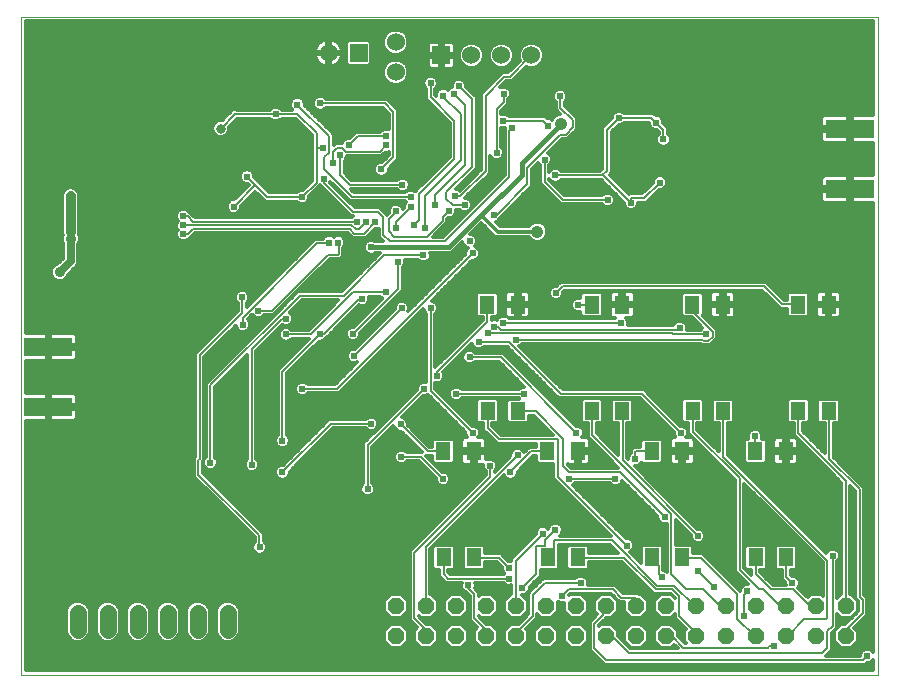
<source format=gbl>
G75*
G70*
%OFA0B0*%
%FSLAX24Y24*%
%IPPOS*%
%LPD*%
%AMOC8*
5,1,8,0,0,1.08239X$1,22.5*
%
%ADD10C,0.0000*%
%ADD11R,0.0600X0.0600*%
%ADD12C,0.0600*%
%ADD13R,0.1600X0.0600*%
%ADD14OC8,0.0560*%
%ADD15C,0.0560*%
%ADD16R,0.0512X0.0591*%
%ADD17C,0.0240*%
%ADD18C,0.0060*%
%ADD19C,0.0120*%
%ADD20C,0.0320*%
%ADD21R,0.0240X0.0240*%
%ADD22C,0.0080*%
%ADD23C,0.0160*%
%ADD24C,0.0413*%
%ADD25C,0.0140*%
%ADD26C,0.0320*%
%ADD27C,0.0356*%
%ADD28C,0.0250*%
D10*
X000508Y000468D02*
X000508Y022398D01*
X029060Y022398D01*
X029060Y000468D01*
X000508Y000468D01*
D11*
X014508Y021108D03*
X011748Y021188D03*
D12*
X010748Y021188D03*
X012988Y021548D03*
X012988Y020548D03*
X015508Y021108D03*
X016508Y021108D03*
X017508Y021108D03*
D13*
X028133Y018643D03*
X028133Y016643D03*
X001408Y011388D03*
X001408Y009388D03*
D14*
X012988Y002758D03*
X012988Y001758D03*
X013988Y001758D03*
X014988Y001758D03*
X015988Y001758D03*
X015988Y002758D03*
X014988Y002758D03*
X013988Y002758D03*
X016988Y002758D03*
X017988Y002758D03*
X017988Y001758D03*
X016988Y001758D03*
X018988Y001758D03*
X019988Y001758D03*
X020988Y001748D03*
X020988Y002748D03*
X019988Y002758D03*
X018988Y002758D03*
X021988Y002748D03*
X022988Y002748D03*
X023988Y002748D03*
X023988Y001748D03*
X022988Y001748D03*
X021988Y001748D03*
X024988Y001748D03*
X025988Y001748D03*
X025988Y002748D03*
X024988Y002748D03*
X026988Y002748D03*
X027988Y002748D03*
X027988Y001748D03*
X026988Y001748D03*
D15*
X007388Y001968D02*
X007388Y002528D01*
X006388Y002528D02*
X006388Y001968D01*
X005388Y001968D02*
X005388Y002528D01*
X004388Y002528D02*
X004388Y001968D01*
X003388Y001968D02*
X003388Y002528D01*
X002388Y002528D02*
X002388Y001968D01*
D16*
X014584Y004376D03*
X015592Y004374D03*
X018044Y004376D03*
X019052Y004374D03*
X021524Y004376D03*
X022532Y004374D03*
X024984Y004376D03*
X025992Y004374D03*
X025992Y007917D03*
X024977Y007915D03*
X023892Y009254D03*
X022884Y009256D03*
X022532Y007917D03*
X021517Y007915D03*
X020532Y009254D03*
X019524Y009256D03*
X019052Y007917D03*
X018037Y007915D03*
X017052Y009254D03*
X016044Y009256D03*
X015592Y007917D03*
X014577Y007915D03*
X016037Y012795D03*
X017052Y012797D03*
X019517Y012795D03*
X020532Y012797D03*
X022877Y012795D03*
X023892Y012797D03*
X026397Y012795D03*
X027412Y012797D03*
X027412Y009254D03*
X026404Y009256D03*
D17*
X024968Y008408D03*
X025868Y006848D03*
X025108Y005208D03*
X023708Y006548D03*
X021948Y005728D03*
X023068Y005088D03*
X023068Y003928D03*
X023608Y003388D03*
X024708Y003248D03*
X024588Y002408D03*
X025588Y001408D03*
X026208Y003528D03*
X027548Y004428D03*
X028708Y001088D03*
X021848Y003708D03*
X020688Y004768D03*
X020188Y003768D03*
X019148Y003528D03*
X018528Y003088D03*
X017208Y003368D03*
X016768Y003668D03*
X016768Y004028D03*
X015408Y003448D03*
X017888Y005168D03*
X018308Y005288D03*
X016748Y005968D03*
X016808Y007208D03*
X017048Y007788D03*
X016128Y007428D03*
X015548Y008528D03*
X015008Y009828D03*
X014368Y010428D03*
X013928Y009988D03*
X013148Y008808D03*
X012168Y008828D03*
X011488Y009608D03*
X009868Y009988D03*
X008788Y009468D03*
X007508Y009688D03*
X006228Y009708D03*
X006228Y010208D03*
X006228Y010708D03*
X006228Y011208D03*
X006228Y011708D03*
X006228Y012208D03*
X006228Y012708D03*
X006228Y013208D03*
X006228Y013708D03*
X006608Y014008D03*
X007138Y014208D03*
X007538Y014358D03*
X007998Y014188D03*
X008548Y014048D03*
X007138Y014808D03*
X006678Y014508D03*
X005908Y015148D03*
X005908Y015448D03*
X005908Y015748D03*
X005888Y016268D03*
X005608Y016628D03*
X003688Y016688D03*
X003668Y017308D03*
X003688Y017848D03*
X003668Y018468D03*
X005188Y019028D03*
X005748Y019028D03*
X007588Y020068D03*
X008668Y019768D03*
X008988Y019148D03*
X009708Y019468D03*
X010468Y019508D03*
X011788Y019188D03*
X012668Y018428D03*
X012668Y018108D03*
X012508Y017308D03*
X012888Y017048D03*
X013208Y016788D03*
X013488Y016388D03*
X013488Y016048D03*
X012988Y015908D03*
X012728Y016088D03*
X012308Y015548D03*
X012008Y015548D03*
X011708Y015548D03*
X011488Y014808D03*
X011068Y014868D03*
X010768Y014868D03*
X011368Y013988D03*
X012168Y014708D03*
X013068Y014228D03*
X013908Y014448D03*
X013948Y015368D03*
X013608Y015448D03*
X013008Y015348D03*
X014308Y016108D03*
X014768Y015928D03*
X014868Y015608D03*
X015288Y016128D03*
X014968Y016408D03*
X015968Y016668D03*
X016248Y015788D03*
X015888Y015108D03*
X015448Y014908D03*
X015548Y014508D03*
X013848Y013348D03*
X014148Y012688D03*
X014728Y013068D03*
X013188Y012688D03*
X012648Y013208D03*
X011868Y012988D03*
X011428Y012168D03*
X011568Y011828D03*
X011588Y011088D03*
X010448Y011808D03*
X010508Y012748D03*
X009328Y012328D03*
X009328Y011808D03*
X008408Y012588D03*
X007888Y012128D03*
X007868Y013048D03*
X005048Y013368D03*
X005028Y013828D03*
X003448Y013083D03*
X003448Y012608D03*
X003448Y012148D03*
X002948Y012148D03*
X002368Y012148D03*
X001868Y012148D03*
X001378Y012148D03*
X000903Y012148D03*
X000828Y008708D03*
X001448Y008708D03*
X002048Y008708D03*
X002648Y008708D03*
X003228Y008708D03*
X003728Y008708D03*
X004228Y008708D03*
X004728Y008708D03*
X005228Y008708D03*
X005728Y008708D03*
X006228Y008708D03*
X006228Y009208D03*
X006808Y007528D03*
X008188Y007468D03*
X009208Y007208D03*
X009208Y008248D03*
X010488Y006048D03*
X012048Y006648D03*
X013168Y007728D03*
X014568Y006988D03*
X013548Y006088D03*
X009768Y004168D03*
X008448Y004708D03*
X007988Y004348D03*
X007968Y003568D03*
X006288Y003528D03*
X006108Y004348D03*
X005088Y005208D03*
X004288Y004328D03*
X004488Y003428D03*
X015448Y011048D03*
X015748Y011548D03*
X016048Y011848D03*
X016268Y012068D03*
X016568Y012188D03*
X016548Y012768D03*
X016988Y011628D03*
X018428Y010968D03*
X017268Y009828D03*
X016488Y010248D03*
X019008Y008528D03*
X020968Y007648D03*
X020308Y006988D03*
X020568Y006288D03*
X018768Y006988D03*
X021408Y008768D03*
X022488Y008528D03*
X023328Y011808D03*
X022448Y012028D03*
X020488Y012188D03*
X019068Y012788D03*
X018328Y013188D03*
X019848Y014488D03*
X018548Y015308D03*
X017688Y016328D03*
X018308Y017108D03*
X017948Y017628D03*
X018048Y018768D03*
X018468Y019748D03*
X017588Y019828D03*
X016588Y019828D03*
X016568Y018928D03*
X016868Y018688D03*
X016348Y017868D03*
X014628Y017988D03*
X014128Y017508D03*
X014128Y018508D03*
X014568Y019768D03*
X014928Y019828D03*
X015088Y020088D03*
X014148Y020188D03*
X011428Y018108D03*
X011128Y017788D03*
X010888Y017508D03*
X010548Y018008D03*
X011488Y017228D03*
X010588Y016988D03*
X009868Y016388D03*
X010508Y016048D03*
X008028Y017068D03*
X007588Y016068D03*
X019768Y016788D03*
X020048Y016288D03*
X020828Y016188D03*
X021108Y015688D03*
X022148Y015448D03*
X022808Y015608D03*
X023468Y015908D03*
X024188Y016028D03*
X024828Y016028D03*
X025508Y016028D03*
X026228Y016028D03*
X026908Y015828D03*
X027748Y015748D03*
X028608Y015748D03*
X026188Y019228D03*
X025508Y019228D03*
X024828Y019228D03*
X024108Y019028D03*
X023548Y019028D03*
X021908Y018308D03*
X021668Y018868D03*
X020428Y019028D03*
X021788Y016868D03*
X026948Y019398D03*
X027688Y019448D03*
X028568Y019448D03*
X028448Y007888D03*
D18*
X027428Y007668D02*
X028448Y006648D01*
X028448Y003068D01*
X028548Y002968D01*
X028548Y002508D01*
X027988Y001948D01*
X027988Y001748D01*
X027548Y002088D02*
X027368Y001908D01*
X027368Y001348D01*
X027208Y001188D01*
X020748Y001188D01*
X020178Y001758D01*
X019988Y001758D01*
X019608Y001348D02*
X019608Y002168D01*
X019888Y002448D01*
X019888Y002648D01*
X019988Y002748D01*
X019988Y002758D01*
X020508Y003028D02*
X020988Y003028D01*
X020988Y002748D01*
X020508Y003028D02*
X020228Y003308D01*
X018748Y003308D01*
X018528Y003088D01*
X017968Y003528D02*
X017548Y003108D01*
X017548Y002408D01*
X016988Y001848D01*
X016988Y001758D01*
X015988Y001758D02*
X015988Y001968D01*
X015608Y002348D01*
X015608Y003148D01*
X015408Y003348D01*
X015408Y003448D01*
X014728Y003668D02*
X014588Y003808D01*
X014588Y004368D01*
X014584Y004376D01*
X013988Y004728D02*
X013988Y002758D01*
X013608Y002348D02*
X013988Y001968D01*
X013988Y001758D01*
X013608Y002348D02*
X013608Y004528D01*
X016128Y007048D01*
X016128Y007428D01*
X016808Y007208D02*
X017508Y007908D01*
X018028Y007908D01*
X018037Y007915D01*
X018388Y008308D02*
X018388Y007068D01*
X020688Y004768D01*
X020188Y004948D02*
X021708Y003428D01*
X022268Y003428D01*
X022948Y002748D01*
X022988Y002748D01*
X022428Y002428D02*
X022428Y003088D01*
X022208Y003308D01*
X021648Y003308D01*
X020588Y004368D01*
X019068Y004368D01*
X019052Y004374D01*
X018268Y004648D02*
X018268Y004948D01*
X020188Y004948D01*
X021524Y004376D02*
X021528Y004368D01*
X021528Y004328D01*
X021748Y004108D01*
X021748Y003808D01*
X021848Y003708D01*
X022168Y003808D02*
X022668Y003308D01*
X023228Y003308D01*
X023788Y002748D01*
X023988Y002748D01*
X024368Y003148D02*
X024368Y002328D01*
X024948Y001748D01*
X024988Y001748D01*
X025388Y001368D02*
X025428Y001408D01*
X025588Y001408D01*
X025388Y001368D02*
X022568Y001368D01*
X022188Y001748D01*
X021988Y001748D01*
X022428Y002428D02*
X022988Y001868D01*
X022988Y001748D01*
X024588Y002408D02*
X024588Y003128D01*
X024708Y003248D01*
X024368Y003148D02*
X023148Y004368D01*
X022548Y004368D01*
X022532Y004374D01*
X023068Y003928D02*
X023608Y003388D01*
X024448Y003968D02*
X025108Y003308D01*
X025228Y003308D01*
X025788Y002748D01*
X025988Y002748D01*
X026608Y002308D02*
X026068Y001748D01*
X025988Y001748D01*
X026608Y002308D02*
X027328Y002308D01*
X027368Y002348D01*
X027368Y004268D01*
X023908Y007728D01*
X023908Y009248D01*
X023892Y009254D01*
X022888Y009248D02*
X022888Y008568D01*
X024448Y007008D01*
X024448Y003968D01*
X024988Y003808D02*
X025488Y003308D01*
X026228Y003308D01*
X026788Y002748D01*
X026988Y002748D01*
X027548Y002088D02*
X027548Y004428D01*
X026208Y003528D02*
X026008Y003728D01*
X026008Y004368D01*
X025992Y004374D01*
X024988Y004368D02*
X024988Y003808D01*
X024988Y004368D02*
X024984Y004376D01*
X023068Y005088D02*
X020548Y007608D01*
X020548Y009248D01*
X020532Y009254D01*
X021188Y009828D02*
X022488Y008528D01*
X022888Y009248D02*
X022884Y009256D01*
X021188Y009828D02*
X018488Y009828D01*
X016768Y011548D01*
X015748Y011548D01*
X016048Y011848D02*
X022188Y011848D01*
X022228Y011808D01*
X023328Y011808D01*
X023208Y011628D02*
X023248Y011588D01*
X023408Y011588D01*
X023548Y011728D01*
X023548Y011888D01*
X022888Y012548D01*
X022888Y012788D01*
X022877Y012795D01*
X022448Y012028D02*
X022388Y011968D01*
X016488Y011968D01*
X016388Y012068D01*
X016268Y012068D01*
X016028Y012228D02*
X016028Y012788D01*
X016037Y012795D01*
X016028Y012228D02*
X014368Y010568D01*
X014368Y010428D01*
X014148Y009928D02*
X015548Y008528D01*
X016048Y008688D02*
X016428Y008308D01*
X018388Y008308D01*
X018528Y008368D02*
X018568Y008368D01*
X018568Y007408D01*
X018768Y007208D01*
X020468Y007208D01*
X021948Y005728D01*
X022168Y005808D02*
X022168Y003808D01*
X022168Y005808D02*
X019528Y008448D01*
X019528Y009248D01*
X019524Y009256D01*
X019008Y008528D02*
X016488Y011048D01*
X015448Y011048D01*
X016568Y012188D02*
X020488Y012188D01*
X019517Y012795D02*
X019508Y012788D01*
X019068Y012788D01*
X018548Y013408D02*
X025268Y013408D01*
X025868Y012808D01*
X026388Y012808D01*
X026397Y012795D01*
X023208Y011628D02*
X016988Y011628D01*
X018328Y013188D02*
X018548Y013408D01*
X020028Y014368D02*
X020268Y014608D01*
X020268Y016548D01*
X020248Y016548D01*
X020248Y016568D01*
X020228Y016568D01*
X020228Y016588D01*
X020188Y016588D01*
X020188Y016628D01*
X020168Y016628D01*
X020168Y016648D01*
X020148Y016648D01*
X020148Y016668D01*
X020128Y016668D01*
X020128Y016688D01*
X019868Y016688D01*
X019768Y016788D01*
X020048Y016288D02*
X018548Y016288D01*
X017948Y016888D01*
X017948Y017628D01*
X017368Y017368D02*
X017368Y016808D01*
X016348Y015788D01*
X016248Y015788D01*
X015288Y016128D02*
X015268Y016108D01*
X014888Y016108D01*
X014668Y016328D01*
X014668Y016548D01*
X015528Y017388D01*
X015528Y019648D01*
X015088Y020088D01*
X014928Y019828D02*
X015288Y019468D01*
X015288Y017448D01*
X014308Y016468D01*
X014308Y016108D01*
X014548Y015708D02*
X014768Y015928D01*
X014548Y015708D02*
X014548Y015588D01*
X014028Y015068D01*
X012928Y015068D01*
X012748Y015248D01*
X012748Y015648D01*
X012988Y015888D01*
X012988Y015908D01*
X012568Y015708D02*
X012568Y015128D01*
X012788Y014908D01*
X014628Y014908D01*
X016468Y016748D01*
X016768Y017048D01*
X016768Y018588D01*
X016868Y018688D01*
X016568Y018928D02*
X017888Y018928D01*
X018048Y018768D01*
X018468Y018468D02*
X017368Y017368D01*
X016568Y016848D02*
X016468Y016748D01*
X015988Y017248D02*
X015988Y019768D01*
X016608Y020388D01*
X016788Y020388D01*
X017508Y021108D01*
X016588Y019828D02*
X016588Y019548D01*
X016348Y019308D01*
X016348Y017868D01*
X015988Y017248D02*
X015128Y016408D01*
X014968Y016408D01*
X013948Y016408D02*
X015148Y017608D01*
X015148Y019148D01*
X014568Y019728D01*
X014568Y019768D01*
X014548Y019748D01*
X014148Y019708D02*
X014148Y020188D01*
X014148Y019708D02*
X014928Y018928D01*
X014928Y017648D01*
X013768Y016488D01*
X013768Y015608D01*
X013608Y015448D01*
X013948Y015368D02*
X013948Y016408D01*
X013488Y016388D02*
X011528Y016388D01*
X010608Y017308D01*
X010608Y017708D01*
X010768Y017868D01*
X010768Y018408D01*
X009708Y019468D01*
X009708Y019148D02*
X010348Y018508D01*
X010348Y018008D01*
X010548Y018008D01*
X010348Y018008D02*
X010348Y016868D01*
X009868Y016388D01*
X010588Y016868D02*
X010588Y016988D01*
X010588Y016868D02*
X011568Y015888D01*
X012388Y015888D01*
X012568Y015708D01*
X012308Y015548D02*
X011928Y015168D01*
X011608Y015168D01*
X011448Y015328D01*
X006228Y015328D01*
X006048Y015148D01*
X005908Y015148D01*
X005908Y015448D02*
X011508Y015448D01*
X011648Y015308D01*
X011768Y015308D01*
X012008Y015548D01*
X011708Y015548D02*
X011688Y015568D01*
X006228Y015568D01*
X006048Y015748D01*
X005908Y015748D01*
X007868Y013048D02*
X007868Y012528D01*
X006448Y011108D01*
X006448Y007668D01*
X006408Y007628D01*
X006408Y007128D01*
X008428Y005108D01*
X008428Y004728D01*
X008448Y004708D01*
X009208Y007208D02*
X010828Y008828D01*
X012168Y008828D01*
X012048Y008108D02*
X013928Y009988D01*
X014148Y009928D02*
X014148Y012688D01*
X013188Y012688D02*
X011588Y011088D01*
X011568Y011828D02*
X013068Y013328D01*
X013068Y014228D01*
X012608Y014448D02*
X013908Y014448D01*
X013008Y015348D02*
X013008Y015568D01*
X013488Y016048D01*
X013208Y016788D02*
X011448Y016788D01*
X011128Y017108D01*
X011128Y017788D01*
X011328Y017888D02*
X011188Y018028D01*
X011028Y018028D01*
X010888Y017888D01*
X010888Y017508D01*
X011328Y017888D02*
X012448Y017888D01*
X012668Y018108D01*
X012908Y017708D02*
X012508Y017308D01*
X012908Y017708D02*
X012908Y019228D01*
X012628Y019508D01*
X010468Y019508D01*
X009708Y019148D02*
X008988Y019148D01*
X007628Y019148D01*
X011428Y018108D02*
X011728Y018408D01*
X012648Y018408D01*
X012668Y018428D01*
X011068Y014868D02*
X011088Y014848D01*
X011088Y014488D01*
X011068Y014468D01*
X010728Y014468D01*
X008848Y012588D01*
X008408Y012588D01*
X007888Y012368D02*
X007888Y012128D01*
X007888Y012368D02*
X010368Y014848D01*
X010748Y014848D01*
X010768Y014868D01*
X011248Y013088D02*
X012608Y014448D01*
X012648Y013208D02*
X011548Y013208D01*
X010148Y011808D01*
X009328Y011808D01*
X009328Y012328D02*
X009208Y012328D01*
X008188Y011308D01*
X008188Y007468D01*
X009208Y008248D02*
X009208Y010568D01*
X010448Y011808D01*
X010468Y011828D01*
X010608Y011828D01*
X011768Y012988D01*
X011868Y012988D01*
X011248Y013088D02*
X009788Y013088D01*
X006808Y010108D01*
X006808Y007528D01*
X009868Y009988D02*
X011028Y009988D01*
X015548Y014508D01*
X018468Y018468D02*
X018648Y018468D01*
X018888Y018708D01*
X018888Y018948D01*
X018468Y019368D01*
X018468Y019748D01*
X017268Y009828D02*
X015008Y009828D01*
X016044Y009256D02*
X016048Y009248D01*
X016048Y008688D01*
X017052Y009254D02*
X017068Y009248D01*
X017648Y009248D01*
X018528Y008368D01*
X017048Y007788D02*
X013988Y004728D01*
X014728Y003668D02*
X016768Y003668D01*
X016768Y004028D02*
X016428Y004368D01*
X015608Y004368D01*
X015592Y004374D01*
X016988Y004268D02*
X016988Y002758D01*
X017208Y003368D02*
X017668Y003828D01*
X017668Y004768D01*
X017968Y004768D01*
X017968Y004948D01*
X018308Y005288D01*
X017888Y005168D02*
X016988Y004268D01*
X018044Y004376D02*
X018048Y004388D01*
X018048Y004428D01*
X018268Y004648D01*
X017968Y003528D02*
X019148Y003528D01*
X019608Y001348D02*
X020008Y000948D01*
X028568Y000948D01*
X028708Y001088D01*
X027988Y002748D02*
X027988Y006928D01*
X026408Y008508D01*
X026408Y009248D01*
X026404Y009256D01*
X027412Y009254D02*
X027428Y009248D01*
X027428Y007668D01*
X024977Y007915D02*
X024968Y007928D01*
X024968Y008408D01*
X021517Y007915D02*
X021508Y007908D01*
X020988Y007908D01*
X020968Y007888D01*
X020968Y007648D01*
X020308Y006988D02*
X018768Y006988D01*
X014568Y006988D02*
X013828Y007728D01*
X013168Y007728D01*
X014048Y007908D02*
X014568Y007908D01*
X014577Y007915D01*
X014048Y007908D02*
X013148Y008808D01*
X012048Y008108D02*
X012048Y006648D01*
D19*
X011831Y006750D02*
X006998Y006750D01*
X006880Y006868D02*
X011898Y006868D01*
X011898Y006837D02*
X011845Y006784D01*
X011808Y006695D01*
X011808Y006600D01*
X011845Y006512D01*
X011912Y006444D01*
X012001Y006408D01*
X012096Y006408D01*
X012184Y006444D01*
X012252Y006512D01*
X012288Y006600D01*
X012288Y006695D01*
X012252Y006784D01*
X012198Y006837D01*
X012198Y008046D01*
X012910Y008757D01*
X012945Y008672D01*
X013012Y008604D01*
X013101Y008568D01*
X013176Y008568D01*
X013866Y007878D01*
X013766Y007878D01*
X013358Y007878D01*
X013304Y007931D01*
X013216Y007968D01*
X013121Y007968D01*
X013032Y007931D01*
X012965Y007864D01*
X012928Y007775D01*
X012928Y007680D01*
X012965Y007592D01*
X013032Y007524D01*
X013121Y007488D01*
X013216Y007488D01*
X013304Y007524D01*
X013358Y007578D01*
X013766Y007578D01*
X014328Y007016D01*
X014328Y006940D01*
X014365Y006852D01*
X014432Y006784D01*
X014521Y006748D01*
X014616Y006748D01*
X014704Y006784D01*
X014772Y006852D01*
X014808Y006940D01*
X014808Y007035D01*
X014772Y007124D01*
X014704Y007191D01*
X014616Y007228D01*
X014540Y007228D01*
X014010Y007758D01*
X014201Y007758D01*
X014201Y007570D01*
X014271Y007500D01*
X014882Y007500D01*
X014952Y007570D01*
X014952Y008260D01*
X014882Y008331D01*
X014271Y008331D01*
X014201Y008260D01*
X014201Y008058D01*
X014110Y008058D01*
X013388Y008780D01*
X013388Y008855D01*
X013352Y008944D01*
X013284Y009011D01*
X013199Y009046D01*
X013900Y009748D01*
X013976Y009748D01*
X014064Y009784D01*
X014072Y009792D01*
X015308Y008556D01*
X015308Y008480D01*
X015345Y008392D01*
X015364Y008373D01*
X015270Y008373D01*
X015176Y008279D01*
X015176Y007977D01*
X015532Y007977D01*
X015532Y007857D01*
X015652Y007857D01*
X015652Y007462D01*
X015888Y007462D01*
X015888Y007380D01*
X015925Y007292D01*
X015978Y007238D01*
X015978Y007110D01*
X013546Y004678D01*
X013458Y004590D01*
X013458Y002410D01*
X013458Y002286D01*
X013704Y002039D01*
X013588Y001923D01*
X013588Y001592D01*
X013823Y001358D01*
X014154Y001358D01*
X014388Y001592D01*
X014388Y001923D01*
X014154Y002158D01*
X014010Y002158D01*
X013758Y002410D01*
X013758Y002422D01*
X013823Y002358D01*
X014154Y002358D01*
X014388Y002592D01*
X014388Y002923D01*
X014154Y003158D01*
X014138Y003158D01*
X014138Y004666D01*
X016587Y007114D01*
X016605Y007072D01*
X016672Y007004D01*
X016761Y006968D01*
X016856Y006968D01*
X016944Y007004D01*
X017012Y007072D01*
X017048Y007160D01*
X017048Y007236D01*
X017570Y007758D01*
X017661Y007758D01*
X017661Y007570D01*
X017731Y007500D01*
X018238Y007500D01*
X018238Y007130D01*
X018238Y007006D01*
X020146Y005098D01*
X020126Y005098D01*
X018458Y005098D01*
X018512Y005152D01*
X018548Y005240D01*
X018548Y005335D01*
X018512Y005424D01*
X018444Y005491D01*
X018356Y005528D01*
X018261Y005528D01*
X018172Y005491D01*
X018105Y005424D01*
X018068Y005335D01*
X018068Y005327D01*
X018068Y005327D01*
X018024Y005371D01*
X017936Y005408D01*
X017841Y005408D01*
X017752Y005371D01*
X017685Y005304D01*
X017648Y005215D01*
X017648Y005140D01*
X016926Y004418D01*
X016838Y004330D01*
X016838Y004258D01*
X016816Y004268D01*
X016740Y004268D01*
X016490Y004518D01*
X016366Y004518D01*
X015968Y004518D01*
X015968Y004719D01*
X015898Y004789D01*
X015287Y004789D01*
X015216Y004719D01*
X015216Y004029D01*
X015287Y003959D01*
X015898Y003959D01*
X015968Y004029D01*
X015968Y004218D01*
X016366Y004218D01*
X016528Y004056D01*
X016528Y003980D01*
X016565Y003892D01*
X016609Y003848D01*
X016579Y003818D01*
X014790Y003818D01*
X014738Y003870D01*
X014738Y003961D01*
X014890Y003961D01*
X014960Y004031D01*
X014960Y004721D01*
X014890Y004791D01*
X014278Y004791D01*
X014208Y004721D01*
X014208Y004031D01*
X014278Y003961D01*
X014438Y003961D01*
X014438Y003870D01*
X014438Y003746D01*
X014666Y003518D01*
X014790Y003518D01*
X015178Y003518D01*
X015168Y003495D01*
X015168Y003400D01*
X015205Y003312D01*
X014138Y003312D01*
X014138Y003431D02*
X015168Y003431D01*
X015205Y003312D02*
X015272Y003244D01*
X015319Y003225D01*
X015458Y003086D01*
X015458Y002410D01*
X015458Y002286D01*
X015704Y002039D01*
X015588Y001923D01*
X015588Y001592D01*
X015823Y001358D01*
X016154Y001358D01*
X016388Y001592D01*
X016388Y001923D01*
X016154Y002158D01*
X016010Y002158D01*
X015758Y002410D01*
X015758Y002422D01*
X015823Y002358D01*
X016154Y002358D01*
X016388Y002592D01*
X016388Y002923D01*
X016154Y003158D01*
X015823Y003158D01*
X015758Y003093D01*
X015758Y003210D01*
X015670Y003298D01*
X015625Y003343D01*
X015648Y003400D01*
X015648Y003495D01*
X015639Y003518D01*
X016579Y003518D01*
X016632Y003464D01*
X016721Y003428D01*
X016816Y003428D01*
X016838Y003437D01*
X016838Y003158D01*
X016823Y003158D01*
X016588Y002923D01*
X016588Y002592D01*
X016823Y002358D01*
X017154Y002358D01*
X017388Y002592D01*
X017388Y002923D01*
X017184Y003128D01*
X017256Y003128D01*
X017344Y003164D01*
X017412Y003232D01*
X017448Y003320D01*
X017448Y003396D01*
X017818Y003766D01*
X017818Y003890D01*
X017818Y003961D01*
X018350Y003961D01*
X018420Y004031D01*
X018420Y004721D01*
X018418Y004723D01*
X018418Y004798D01*
X020126Y004798D01*
X020406Y004518D01*
X019428Y004518D01*
X019428Y004719D01*
X019358Y004789D01*
X018747Y004789D01*
X018676Y004719D01*
X018676Y004029D01*
X018747Y003959D01*
X019358Y003959D01*
X019428Y004029D01*
X019428Y004218D01*
X020526Y004218D01*
X021498Y003246D01*
X021586Y003158D01*
X022146Y003158D01*
X022278Y003026D01*
X022278Y003023D01*
X022154Y003148D01*
X021823Y003148D01*
X021588Y002913D01*
X021588Y002582D01*
X021823Y002348D01*
X022154Y002348D01*
X022278Y002472D01*
X022278Y002366D01*
X022659Y001984D01*
X022588Y001913D01*
X022588Y001582D01*
X022653Y001518D01*
X022630Y001518D01*
X022388Y001760D01*
X022388Y001913D01*
X022154Y002148D01*
X021823Y002148D01*
X021588Y001913D01*
X021588Y001582D01*
X021823Y001348D01*
X022154Y001348D01*
X022265Y001459D01*
X022386Y001338D01*
X020810Y001338D01*
X020388Y001760D01*
X020388Y001923D01*
X020154Y002158D01*
X019823Y002158D01*
X019758Y002093D01*
X019758Y002106D01*
X019950Y002298D01*
X020010Y002358D01*
X020154Y002358D01*
X020388Y002592D01*
X020388Y002923D01*
X020154Y003158D01*
X019823Y003158D01*
X019588Y002923D01*
X019588Y002592D01*
X019704Y002476D01*
X019458Y002230D01*
X019458Y002106D01*
X019458Y001286D01*
X019546Y001198D01*
X019946Y000798D01*
X020070Y000798D01*
X028630Y000798D01*
X028680Y000848D01*
X028756Y000848D01*
X028844Y000884D01*
X028900Y000940D01*
X028900Y000628D01*
X000668Y000628D01*
X000668Y008928D01*
X001348Y008928D01*
X001348Y009328D01*
X001468Y009328D01*
X001468Y008928D01*
X002275Y008928D01*
X002368Y009021D01*
X002368Y009328D01*
X001468Y009328D01*
X001468Y009448D01*
X001348Y009448D01*
X001348Y009848D01*
X000668Y009848D01*
X000668Y010928D01*
X001348Y010928D01*
X001348Y011328D01*
X001468Y011328D01*
X001468Y010928D01*
X002275Y010928D01*
X002368Y011021D01*
X002368Y011328D01*
X001468Y011328D01*
X001468Y011448D01*
X001348Y011448D01*
X001348Y011848D01*
X000668Y011848D01*
X000668Y022238D01*
X028900Y022238D01*
X028900Y019103D01*
X028193Y019103D01*
X028193Y018703D01*
X028073Y018703D01*
X028073Y019103D01*
X027267Y019103D01*
X027173Y019009D01*
X027173Y018703D01*
X028073Y018703D01*
X028073Y018583D01*
X027173Y018583D01*
X027173Y018276D01*
X027267Y018183D01*
X028073Y018183D01*
X028073Y018583D01*
X028193Y018583D01*
X028193Y018183D01*
X028900Y018183D01*
X028900Y017103D01*
X028193Y017103D01*
X028193Y016703D01*
X028073Y016703D01*
X028073Y017103D01*
X027267Y017103D01*
X027173Y017009D01*
X027173Y016703D01*
X028073Y016703D01*
X028073Y016583D01*
X027173Y016583D01*
X027173Y016276D01*
X027267Y016183D01*
X028073Y016183D01*
X028073Y016583D01*
X028193Y016583D01*
X028193Y016183D01*
X028900Y016183D01*
X028900Y001235D01*
X028844Y001291D01*
X028756Y001328D01*
X028661Y001328D01*
X028572Y001291D01*
X028505Y001224D01*
X028468Y001135D01*
X028468Y001098D01*
X027330Y001098D01*
X027358Y001126D01*
X027518Y001286D01*
X027518Y001410D01*
X027518Y001846D01*
X027698Y002026D01*
X027698Y002150D01*
X027698Y002472D01*
X027823Y002348D01*
X028154Y002348D01*
X028388Y002582D01*
X028388Y002913D01*
X028154Y003148D01*
X028138Y003148D01*
X028138Y006746D01*
X028298Y006586D01*
X028298Y003130D01*
X028298Y003006D01*
X028398Y002906D01*
X028398Y002570D01*
X027976Y002148D01*
X027823Y002148D01*
X027588Y001913D01*
X027588Y001582D01*
X027823Y001348D01*
X028154Y001348D01*
X028388Y001582D01*
X028388Y001913D01*
X028277Y002024D01*
X028698Y002446D01*
X028698Y002570D01*
X028698Y003030D01*
X028610Y003118D01*
X028598Y003130D01*
X028598Y006710D01*
X028510Y006798D01*
X027578Y007730D01*
X027578Y008839D01*
X027718Y008839D01*
X027788Y008909D01*
X027788Y009599D01*
X027718Y009669D01*
X027107Y009669D01*
X027036Y009599D01*
X027036Y008909D01*
X027107Y008839D01*
X027278Y008839D01*
X027278Y007850D01*
X026558Y008570D01*
X026558Y008841D01*
X026710Y008841D01*
X026780Y008911D01*
X026780Y009601D01*
X026710Y009671D01*
X026098Y009671D01*
X026028Y009601D01*
X026028Y008911D01*
X026098Y008841D01*
X026258Y008841D01*
X026258Y008570D01*
X026258Y008446D01*
X027838Y006866D01*
X027838Y003148D01*
X027823Y003148D01*
X027698Y003023D01*
X027698Y004238D01*
X027752Y004292D01*
X027788Y004380D01*
X027788Y004475D01*
X027752Y004564D01*
X027684Y004631D01*
X027596Y004668D01*
X027501Y004668D01*
X027412Y004631D01*
X027345Y004564D01*
X027327Y004521D01*
X024058Y007790D01*
X024058Y008839D01*
X024198Y008839D01*
X024268Y008909D01*
X024268Y009599D01*
X024198Y009669D01*
X023587Y009669D01*
X023516Y009599D01*
X023516Y008909D01*
X023587Y008839D01*
X023758Y008839D01*
X023758Y007910D01*
X023038Y008630D01*
X023038Y008841D01*
X023190Y008841D01*
X023260Y008911D01*
X023260Y009601D01*
X023190Y009671D01*
X022578Y009671D01*
X022508Y009601D01*
X022508Y008911D01*
X022578Y008841D01*
X022738Y008841D01*
X022738Y008630D01*
X022738Y008506D01*
X024298Y006946D01*
X024298Y004030D01*
X024298Y003906D01*
X024716Y003488D01*
X024661Y003488D01*
X024572Y003451D01*
X024505Y003384D01*
X024468Y003295D01*
X024468Y003260D01*
X024430Y003298D01*
X023210Y004518D01*
X023086Y004518D01*
X022908Y004518D01*
X022908Y004719D01*
X022838Y004789D01*
X022318Y004789D01*
X022318Y005626D01*
X022828Y005116D01*
X022828Y005040D01*
X022865Y004952D01*
X022932Y004884D01*
X023021Y004848D01*
X023116Y004848D01*
X023204Y004884D01*
X023272Y004952D01*
X023308Y005040D01*
X023308Y005135D01*
X023272Y005224D01*
X023204Y005291D01*
X023116Y005328D01*
X023040Y005328D01*
X020960Y007408D01*
X021016Y007408D01*
X021104Y007444D01*
X021172Y007512D01*
X021180Y007531D01*
X021211Y007500D01*
X021822Y007500D01*
X021892Y007570D01*
X021892Y008260D01*
X021822Y008331D01*
X021211Y008331D01*
X021141Y008260D01*
X021141Y008058D01*
X020926Y008058D01*
X020838Y007970D01*
X020818Y007950D01*
X020818Y007837D01*
X020765Y007784D01*
X020728Y007695D01*
X020728Y007640D01*
X020698Y007670D01*
X020698Y008839D01*
X020838Y008839D01*
X020908Y008909D01*
X020908Y009599D01*
X020838Y009669D01*
X020227Y009669D01*
X020156Y009599D01*
X020156Y008909D01*
X020227Y008839D01*
X020398Y008839D01*
X020398Y007790D01*
X019678Y008510D01*
X019678Y008841D01*
X019830Y008841D01*
X019900Y008911D01*
X019900Y009601D01*
X019830Y009671D01*
X019218Y009671D01*
X019148Y009601D01*
X019148Y008911D01*
X019218Y008841D01*
X019378Y008841D01*
X019378Y008510D01*
X019378Y008386D01*
X020406Y007358D01*
X018830Y007358D01*
X018718Y007470D01*
X018718Y007474D01*
X018730Y007462D01*
X018992Y007462D01*
X018992Y007857D01*
X019112Y007857D01*
X019112Y007462D01*
X019374Y007462D01*
X019468Y007556D01*
X019468Y007857D01*
X019112Y007857D01*
X019112Y007977D01*
X019468Y007977D01*
X019468Y008279D01*
X019374Y008373D01*
X019193Y008373D01*
X019212Y008392D01*
X019248Y008480D01*
X019248Y008575D01*
X019212Y008664D01*
X019144Y008731D01*
X019056Y008768D01*
X018980Y008768D01*
X016550Y011198D01*
X016426Y011198D01*
X015638Y011198D01*
X015584Y011251D01*
X015496Y011288D01*
X015401Y011288D01*
X015312Y011251D01*
X015245Y011184D01*
X015208Y011095D01*
X015208Y011000D01*
X015245Y010912D01*
X015312Y010844D01*
X015401Y010808D01*
X015496Y010808D01*
X015584Y010844D01*
X015638Y010898D01*
X016426Y010898D01*
X017256Y010068D01*
X017221Y010068D01*
X017132Y010031D01*
X017079Y009978D01*
X015198Y009978D01*
X015144Y010031D01*
X015056Y010068D01*
X014961Y010068D01*
X014872Y010031D01*
X014805Y009964D01*
X014768Y009875D01*
X014768Y009780D01*
X014805Y009692D01*
X014872Y009624D01*
X014961Y009588D01*
X015056Y009588D01*
X015144Y009624D01*
X015198Y009678D01*
X017079Y009678D01*
X017087Y009669D01*
X016747Y009669D01*
X016676Y009599D01*
X016676Y008909D01*
X016747Y008839D01*
X017358Y008839D01*
X017428Y008909D01*
X017428Y009098D01*
X017586Y009098D01*
X018226Y008458D01*
X016490Y008458D01*
X016198Y008750D01*
X016198Y008841D01*
X016350Y008841D01*
X016420Y008911D01*
X016420Y009601D01*
X016350Y009671D01*
X015738Y009671D01*
X015668Y009601D01*
X015668Y008911D01*
X015738Y008841D01*
X015898Y008841D01*
X015898Y008750D01*
X015898Y008626D01*
X016278Y008246D01*
X016366Y008158D01*
X017661Y008158D01*
X017661Y008058D01*
X017446Y008058D01*
X017358Y007970D01*
X017269Y007881D01*
X017252Y007924D01*
X017184Y007991D01*
X017096Y008028D01*
X017001Y008028D01*
X016912Y007991D01*
X016845Y007924D01*
X016808Y007835D01*
X016808Y007760D01*
X016278Y007230D01*
X016278Y007238D01*
X016332Y007292D01*
X016368Y007380D01*
X016368Y007475D01*
X016332Y007564D01*
X016264Y007631D01*
X016176Y007668D01*
X016081Y007668D01*
X016008Y007638D01*
X016008Y007857D01*
X015652Y007857D01*
X015652Y007977D01*
X016008Y007977D01*
X016008Y008279D01*
X015914Y008373D01*
X015733Y008373D01*
X015752Y008392D01*
X015788Y008480D01*
X015788Y008575D01*
X015752Y008664D01*
X015684Y008731D01*
X015596Y008768D01*
X015520Y008768D01*
X014298Y009990D01*
X014298Y010197D01*
X014321Y010188D01*
X014416Y010188D01*
X014504Y010224D01*
X014572Y010292D01*
X014608Y010380D01*
X014608Y010475D01*
X014573Y010560D01*
X015510Y011497D01*
X015545Y011412D01*
X015612Y011344D01*
X015701Y011308D01*
X015796Y011308D01*
X015884Y011344D01*
X015938Y011398D01*
X016706Y011398D01*
X018338Y009766D01*
X018426Y009678D01*
X021126Y009678D01*
X022248Y008556D01*
X022248Y008480D01*
X022285Y008392D01*
X022304Y008373D01*
X022210Y008373D01*
X022116Y008279D01*
X022116Y007977D01*
X022472Y007977D01*
X022472Y007857D01*
X022592Y007857D01*
X022592Y007462D01*
X022854Y007462D01*
X022948Y007556D01*
X022948Y007857D01*
X022592Y007857D01*
X022592Y007977D01*
X022948Y007977D01*
X022948Y008279D01*
X022854Y008373D01*
X022673Y008373D01*
X022692Y008392D01*
X022728Y008480D01*
X022728Y008575D01*
X022692Y008664D01*
X022624Y008731D01*
X022536Y008768D01*
X022460Y008768D01*
X021250Y009978D01*
X021126Y009978D01*
X018550Y009978D01*
X017110Y011418D01*
X017124Y011424D01*
X017178Y011478D01*
X023146Y011478D01*
X023186Y011438D01*
X023346Y011438D01*
X023470Y011438D01*
X023610Y011578D01*
X023698Y011666D01*
X023698Y011826D01*
X023698Y011950D01*
X023225Y012423D01*
X023252Y012450D01*
X023252Y013140D01*
X023182Y013211D01*
X022571Y013211D01*
X022501Y013140D01*
X022501Y012450D01*
X022571Y012380D01*
X022844Y012380D01*
X023207Y012017D01*
X023192Y012011D01*
X023139Y011958D01*
X022679Y011958D01*
X022688Y011980D01*
X022688Y012075D01*
X022652Y012164D01*
X022584Y012231D01*
X022496Y012268D01*
X022401Y012268D01*
X022312Y012231D01*
X022245Y012164D01*
X022226Y012118D01*
X020719Y012118D01*
X020728Y012140D01*
X020728Y012235D01*
X020692Y012324D01*
X020673Y012342D01*
X020854Y012342D01*
X020948Y012436D01*
X020948Y012737D01*
X020592Y012737D01*
X020592Y012857D01*
X020948Y012857D01*
X020948Y013159D01*
X020854Y013253D01*
X020592Y013253D01*
X020592Y012858D01*
X020472Y012858D01*
X020472Y013253D01*
X020210Y013253D01*
X020116Y013159D01*
X020116Y012857D01*
X020472Y012857D01*
X020472Y012737D01*
X020116Y012737D01*
X020116Y012436D01*
X020210Y012342D01*
X020303Y012342D01*
X020299Y012338D01*
X016758Y012338D01*
X016753Y012342D01*
X016992Y012342D01*
X016992Y012737D01*
X017112Y012737D01*
X017112Y012342D01*
X017374Y012342D01*
X017468Y012436D01*
X017468Y012737D01*
X017112Y012737D01*
X017112Y012857D01*
X017468Y012857D01*
X017468Y013159D01*
X017374Y013253D01*
X017112Y013253D01*
X017112Y012858D01*
X016992Y012858D01*
X016992Y013253D01*
X016730Y013253D01*
X016636Y013159D01*
X016636Y012857D01*
X016992Y012857D01*
X016992Y012737D01*
X016636Y012737D01*
X016636Y012436D01*
X016665Y012408D01*
X016616Y012428D01*
X016521Y012428D01*
X016432Y012391D01*
X016365Y012324D01*
X016352Y012293D01*
X016316Y012308D01*
X016221Y012308D01*
X016178Y012290D01*
X016178Y012380D01*
X016342Y012380D01*
X016412Y012450D01*
X016412Y013140D01*
X016342Y013211D01*
X015731Y013211D01*
X015661Y013140D01*
X015661Y012450D01*
X015731Y012380D01*
X015878Y012380D01*
X015878Y012290D01*
X014298Y010710D01*
X014298Y012498D01*
X014352Y012552D01*
X014388Y012640D01*
X014388Y012735D01*
X014352Y012824D01*
X014284Y012891D01*
X014196Y012928D01*
X014180Y012928D01*
X015520Y014268D01*
X015596Y014268D01*
X015684Y014304D01*
X015752Y014372D01*
X015788Y014460D01*
X015788Y014555D01*
X015752Y014644D01*
X015684Y014711D01*
X015618Y014738D01*
X015652Y014772D01*
X015688Y014860D01*
X015688Y014955D01*
X015652Y015044D01*
X015584Y015111D01*
X015496Y015148D01*
X015471Y015148D01*
X015835Y015512D01*
X016198Y015149D01*
X016310Y015038D01*
X017436Y015038D01*
X017523Y014951D01*
X017643Y014901D01*
X017773Y014901D01*
X017893Y014951D01*
X017985Y015043D01*
X018035Y015163D01*
X018035Y015293D01*
X017985Y015413D01*
X017893Y015505D01*
X017773Y015554D01*
X017643Y015554D01*
X017523Y015505D01*
X017436Y015418D01*
X016467Y015418D01*
X016325Y015560D01*
X016384Y015584D01*
X016452Y015652D01*
X016471Y015698D01*
X016498Y015726D01*
X017518Y016746D01*
X017518Y016870D01*
X017518Y017306D01*
X017733Y017520D01*
X017745Y017492D01*
X017798Y017438D01*
X017798Y016826D01*
X017518Y016826D01*
X017518Y016944D02*
X017798Y016944D01*
X017798Y016826D02*
X017886Y016738D01*
X018486Y016138D01*
X018610Y016138D01*
X019859Y016138D01*
X019912Y016084D01*
X020001Y016048D01*
X020096Y016048D01*
X020184Y016084D01*
X020252Y016152D01*
X020288Y016240D01*
X020288Y016335D01*
X020252Y016424D01*
X020184Y016491D01*
X020096Y016528D01*
X020001Y016528D01*
X019912Y016491D01*
X019859Y016438D01*
X018610Y016438D01*
X018098Y016950D01*
X018098Y016988D01*
X018105Y016972D01*
X018172Y016904D01*
X018261Y016868D01*
X018356Y016868D01*
X018444Y016904D01*
X018488Y016948D01*
X019802Y016948D01*
X019842Y016948D01*
X020588Y016201D01*
X020588Y016140D01*
X020625Y016052D01*
X020692Y015984D01*
X020781Y015948D01*
X020876Y015948D01*
X020964Y015984D01*
X021032Y016052D01*
X021068Y016140D01*
X021068Y016188D01*
X021335Y016188D01*
X021428Y016281D01*
X021775Y016628D01*
X021836Y016628D01*
X021924Y016664D01*
X021992Y016732D01*
X022028Y016820D01*
X022028Y016915D01*
X021992Y017004D01*
X021924Y017071D01*
X021836Y017108D01*
X021741Y017108D01*
X021652Y017071D01*
X021585Y017004D01*
X021548Y016915D01*
X021548Y016854D01*
X021202Y016508D01*
X020895Y016508D01*
X020762Y016508D01*
X020748Y016494D01*
X020115Y017128D01*
X020188Y017201D01*
X020188Y018561D01*
X020415Y018788D01*
X020476Y018788D01*
X020564Y018824D01*
X020608Y018868D01*
X021428Y018868D01*
X021428Y018820D01*
X021465Y018732D01*
X021532Y018664D01*
X021621Y018628D01*
X021682Y018628D01*
X021748Y018561D01*
X021748Y018487D01*
X021705Y018444D01*
X021668Y018355D01*
X021668Y018260D01*
X021705Y018172D01*
X021772Y018104D01*
X021861Y018068D01*
X021956Y018068D01*
X022044Y018104D01*
X022112Y018172D01*
X022148Y018260D01*
X022148Y018355D01*
X022112Y018444D01*
X022068Y018487D01*
X022068Y018561D01*
X022068Y018694D01*
X021908Y018854D01*
X021908Y018915D01*
X021872Y019004D01*
X021804Y019071D01*
X021716Y019108D01*
X021655Y019108D01*
X021575Y019188D01*
X021442Y019188D01*
X020608Y019188D01*
X020564Y019231D01*
X020476Y019268D01*
X020381Y019268D01*
X020292Y019231D01*
X020225Y019164D01*
X020188Y019075D01*
X020188Y019014D01*
X019868Y018694D01*
X019868Y018561D01*
X019868Y017334D01*
X019802Y017268D01*
X018488Y017268D01*
X018444Y017311D01*
X018356Y017348D01*
X018261Y017348D01*
X018172Y017311D01*
X018105Y017244D01*
X018098Y017228D01*
X018098Y017438D01*
X018152Y017492D01*
X018188Y017580D01*
X018188Y017675D01*
X018152Y017764D01*
X018084Y017831D01*
X018056Y017843D01*
X018530Y018318D01*
X018710Y018318D01*
X018798Y018406D01*
X018950Y018558D01*
X019038Y018646D01*
X019038Y019010D01*
X018950Y019098D01*
X018618Y019430D01*
X018618Y019558D01*
X018672Y019612D01*
X018708Y019700D01*
X018708Y019795D01*
X018672Y019884D01*
X018604Y019951D01*
X018516Y019988D01*
X018421Y019988D01*
X018332Y019951D01*
X018265Y019884D01*
X018228Y019795D01*
X018228Y019700D01*
X018265Y019612D01*
X018318Y019558D01*
X018318Y019306D01*
X018406Y019218D01*
X018470Y019154D01*
X018443Y019154D01*
X018323Y019105D01*
X018231Y019013D01*
X018205Y018950D01*
X018184Y018971D01*
X018096Y019008D01*
X018020Y019008D01*
X017950Y019078D01*
X017826Y019078D01*
X016758Y019078D01*
X016704Y019131D01*
X016616Y019168D01*
X016521Y019168D01*
X016498Y019158D01*
X016498Y019246D01*
X016738Y019486D01*
X016738Y019610D01*
X016738Y019638D01*
X016792Y019692D01*
X016828Y019780D01*
X016828Y019875D01*
X016792Y019964D01*
X016724Y020031D01*
X016636Y020068D01*
X016541Y020068D01*
X016472Y020039D01*
X016670Y020238D01*
X016726Y020238D01*
X016850Y020238D01*
X017337Y020724D01*
X017425Y020688D01*
X017592Y020688D01*
X017746Y020752D01*
X017864Y020870D01*
X017928Y021024D01*
X017928Y021191D01*
X017864Y021346D01*
X017746Y021464D01*
X017592Y021528D01*
X017425Y021528D01*
X017270Y021464D01*
X017152Y021346D01*
X017088Y021191D01*
X017088Y021024D01*
X017125Y020936D01*
X016726Y020538D01*
X016546Y020538D01*
X016458Y020450D01*
X015838Y019830D01*
X015838Y019706D01*
X015838Y017311D01*
X015113Y016602D01*
X015104Y016611D01*
X015016Y016648D01*
X014985Y016648D01*
X015589Y017238D01*
X015590Y017238D01*
X015635Y017283D01*
X015678Y017324D01*
X015678Y017325D01*
X015678Y017326D01*
X015678Y017388D01*
X015679Y017448D01*
X015678Y017449D01*
X015678Y019586D01*
X015678Y019710D01*
X015328Y020060D01*
X015328Y020135D01*
X015292Y020224D01*
X015224Y020291D01*
X015136Y020328D01*
X015041Y020328D01*
X014952Y020291D01*
X014885Y020224D01*
X014848Y020135D01*
X014848Y020054D01*
X014792Y020031D01*
X014725Y019964D01*
X014721Y019954D01*
X014704Y019971D01*
X014616Y020008D01*
X014521Y020008D01*
X014432Y019971D01*
X014365Y019904D01*
X014328Y019815D01*
X014328Y019740D01*
X014298Y019770D01*
X014298Y019998D01*
X014352Y020052D01*
X014388Y020140D01*
X014388Y020235D01*
X014352Y020324D01*
X014284Y020391D01*
X014196Y020428D01*
X014101Y020428D01*
X014012Y020391D01*
X013945Y020324D01*
X013908Y020235D01*
X013908Y020140D01*
X013945Y020052D01*
X013998Y019998D01*
X013998Y019646D01*
X014086Y019558D01*
X014778Y018866D01*
X014778Y017710D01*
X013642Y016573D01*
X013624Y016591D01*
X013536Y016628D01*
X013441Y016628D01*
X013352Y016591D01*
X013299Y016538D01*
X011590Y016538D01*
X011490Y016638D01*
X013019Y016638D01*
X013072Y016584D01*
X013161Y016548D01*
X013256Y016548D01*
X013344Y016584D01*
X013412Y016652D01*
X013448Y016740D01*
X013448Y016835D01*
X013412Y016924D01*
X013344Y016991D01*
X013256Y017028D01*
X013161Y017028D01*
X013072Y016991D01*
X013019Y016938D01*
X011510Y016938D01*
X011278Y017170D01*
X011278Y017598D01*
X011332Y017652D01*
X011367Y017738D01*
X012386Y017738D01*
X012510Y017738D01*
X012640Y017868D01*
X012716Y017868D01*
X012758Y017885D01*
X012758Y017770D01*
X012536Y017548D01*
X012461Y017548D01*
X012372Y017511D01*
X012305Y017444D01*
X012268Y017355D01*
X012268Y017260D01*
X012305Y017172D01*
X012372Y017104D01*
X012461Y017068D01*
X012556Y017068D01*
X012644Y017104D01*
X012712Y017172D01*
X012748Y017260D01*
X012748Y017336D01*
X013058Y017646D01*
X013058Y017770D01*
X013058Y019290D01*
X012970Y019378D01*
X012690Y019658D01*
X012566Y019658D01*
X010658Y019658D01*
X010604Y019711D01*
X010516Y019748D01*
X010421Y019748D01*
X010332Y019711D01*
X010265Y019644D01*
X010228Y019555D01*
X010228Y019460D01*
X010265Y019372D01*
X010332Y019304D01*
X010421Y019268D01*
X010516Y019268D01*
X010604Y019304D01*
X010658Y019358D01*
X012566Y019358D01*
X012758Y019166D01*
X012758Y018650D01*
X012716Y018668D01*
X012621Y018668D01*
X012532Y018631D01*
X012465Y018564D01*
X012462Y018558D01*
X011666Y018558D01*
X011578Y018470D01*
X011456Y018348D01*
X011381Y018348D01*
X011292Y018311D01*
X011225Y018244D01*
X011198Y018178D01*
X011126Y018178D01*
X010966Y018178D01*
X010918Y018130D01*
X010918Y018130D01*
X010918Y018346D01*
X010918Y018470D01*
X009948Y019440D01*
X009948Y019515D01*
X009912Y019604D01*
X009844Y019671D01*
X009756Y019708D01*
X009661Y019708D01*
X009572Y019671D01*
X000668Y019671D01*
X000668Y019789D02*
X013998Y019789D01*
X013998Y019671D02*
X010644Y019671D01*
X010292Y019671D02*
X009844Y019671D01*
X009933Y019552D02*
X010228Y019552D01*
X010239Y019434D02*
X009954Y019434D01*
X010073Y019315D02*
X010321Y019315D01*
X010191Y019197D02*
X012727Y019197D01*
X012758Y019078D02*
X010310Y019078D01*
X010428Y018960D02*
X012758Y018960D01*
X012758Y018841D02*
X010547Y018841D01*
X010666Y018723D02*
X012758Y018723D01*
X012505Y018604D02*
X010784Y018604D01*
X010903Y018486D02*
X011594Y018486D01*
X011475Y018367D02*
X010918Y018367D01*
X010918Y018248D02*
X011230Y018248D01*
X011333Y017656D02*
X012644Y017656D01*
X012547Y017774D02*
X012758Y017774D01*
X013058Y017774D02*
X014778Y017774D01*
X014778Y017893D02*
X013058Y017893D01*
X013058Y018011D02*
X014778Y018011D01*
X014778Y018130D02*
X013058Y018130D01*
X013058Y018248D02*
X014778Y018248D01*
X014778Y018367D02*
X013058Y018367D01*
X013058Y018486D02*
X014778Y018486D01*
X014778Y018604D02*
X013058Y018604D01*
X013058Y018723D02*
X014778Y018723D01*
X014778Y018841D02*
X013058Y018841D01*
X013058Y018960D02*
X014684Y018960D01*
X014566Y019078D02*
X013058Y019078D01*
X013058Y019197D02*
X014447Y019197D01*
X014329Y019315D02*
X013033Y019315D01*
X012914Y019434D02*
X014210Y019434D01*
X014091Y019552D02*
X012796Y019552D01*
X012609Y019315D02*
X010615Y019315D01*
X009921Y018723D02*
X007429Y018723D01*
X007428Y018721D02*
X007705Y018998D01*
X008799Y018998D01*
X008852Y018944D01*
X008941Y018908D01*
X009036Y018908D01*
X009124Y018944D01*
X009178Y018998D01*
X009646Y018998D01*
X010198Y018446D01*
X010198Y018070D01*
X010198Y017946D01*
X010198Y016930D01*
X009896Y016628D01*
X009821Y016628D01*
X009732Y016591D01*
X009689Y016548D01*
X008775Y016548D01*
X008468Y016854D01*
X008375Y016948D01*
X008268Y017054D01*
X008268Y017115D01*
X008232Y017204D01*
X008164Y017271D01*
X008076Y017308D01*
X007981Y017308D01*
X007892Y017271D01*
X007825Y017204D01*
X007788Y017115D01*
X007788Y017020D01*
X007825Y016932D01*
X007892Y016864D01*
X007981Y016828D01*
X008042Y016828D01*
X008082Y016788D01*
X007602Y016308D01*
X007541Y016308D01*
X007452Y016271D01*
X007385Y016204D01*
X007348Y016115D01*
X002428Y016115D01*
X002428Y016233D02*
X007414Y016233D01*
X007348Y016115D02*
X007348Y016020D01*
X007385Y015932D01*
X007452Y015864D01*
X007541Y015828D01*
X007636Y015828D01*
X007724Y015864D01*
X007792Y015932D01*
X007828Y016020D01*
X007828Y016081D01*
X008308Y016561D01*
X008548Y016321D01*
X008642Y016228D01*
X009689Y016228D01*
X009732Y016184D01*
X009821Y016148D01*
X009916Y016148D01*
X010004Y016184D01*
X010072Y016252D01*
X010108Y016340D01*
X010108Y016416D01*
X010410Y016718D01*
X010468Y016776D01*
X010526Y016718D01*
X011506Y015738D01*
X011559Y015738D01*
X011539Y015718D01*
X006290Y015718D01*
X006110Y015898D01*
X006098Y015898D01*
X006044Y015951D01*
X005956Y015988D01*
X005861Y015988D01*
X005772Y015951D01*
X005705Y015884D01*
X005668Y015795D01*
X005668Y015700D01*
X005705Y015612D01*
X005719Y015598D01*
X005705Y015584D01*
X005668Y015495D01*
X005668Y015400D01*
X005705Y015312D01*
X005719Y015298D01*
X005705Y015284D01*
X005668Y015195D01*
X005668Y015100D01*
X005705Y015012D01*
X005772Y014944D01*
X005861Y014908D01*
X005956Y014908D01*
X006044Y014944D01*
X006098Y014998D01*
X006110Y014998D01*
X006290Y015178D01*
X011386Y015178D01*
X011458Y015106D01*
X011546Y015018D01*
X011866Y015018D01*
X011990Y015018D01*
X012280Y015308D01*
X012356Y015308D01*
X012418Y015334D01*
X012418Y015190D01*
X012418Y015066D01*
X012576Y014908D01*
X012308Y014908D01*
X012304Y014911D01*
X012216Y014948D01*
X012121Y014948D01*
X012032Y014911D01*
X011965Y014844D01*
X011928Y014755D01*
X011928Y014660D01*
X011965Y014572D01*
X012032Y014504D01*
X012121Y014468D01*
X012216Y014468D01*
X012304Y014504D01*
X012308Y014508D01*
X012456Y014508D01*
X011186Y013238D01*
X009850Y013238D01*
X009726Y013238D01*
X006746Y010258D01*
X006658Y010170D01*
X006658Y007717D01*
X006605Y007664D01*
X006598Y007648D01*
X006598Y007730D01*
X006598Y011046D01*
X007648Y012096D01*
X007648Y012080D01*
X007685Y011992D01*
X007752Y011924D01*
X007841Y011888D01*
X007936Y011888D01*
X008024Y011924D01*
X008092Y011992D01*
X008128Y012080D01*
X008128Y012175D01*
X008092Y012264D01*
X008044Y012311D01*
X008199Y012466D01*
X008205Y012452D01*
X008272Y012384D01*
X008361Y012348D01*
X008456Y012348D01*
X008544Y012384D01*
X008598Y012438D01*
X008786Y012438D01*
X008910Y012438D01*
X010790Y014318D01*
X011006Y014318D01*
X011130Y014318D01*
X011150Y014338D01*
X011238Y014426D01*
X011238Y014698D01*
X011272Y014732D01*
X011308Y014820D01*
X011308Y014915D01*
X011272Y015004D01*
X011204Y015071D01*
X011116Y015108D01*
X011021Y015108D01*
X010932Y015071D01*
X010918Y015057D01*
X010904Y015071D01*
X010816Y015108D01*
X010721Y015108D01*
X010632Y015071D01*
X010565Y015004D01*
X010562Y014998D01*
X010306Y014998D01*
X010218Y014910D01*
X008018Y012710D01*
X008018Y012858D01*
X008072Y012912D01*
X008108Y013000D01*
X008108Y013095D01*
X008072Y013184D01*
X008004Y013251D01*
X007916Y013288D01*
X007821Y013288D01*
X007732Y013251D01*
X007665Y013184D01*
X007628Y013095D01*
X007628Y013000D01*
X007665Y012912D01*
X007718Y012858D01*
X007718Y012590D01*
X006386Y011258D01*
X006298Y011170D01*
X006298Y007730D01*
X006258Y007690D01*
X006258Y007190D01*
X006258Y007066D01*
X008278Y005046D01*
X008278Y004877D01*
X008245Y004844D01*
X008208Y004755D01*
X008208Y004660D01*
X008245Y004572D01*
X008312Y004504D01*
X008401Y004468D01*
X008496Y004468D01*
X008584Y004504D01*
X008652Y004572D01*
X008688Y004660D01*
X008688Y004755D01*
X008652Y004844D01*
X008584Y004911D01*
X008578Y004914D01*
X008578Y005170D01*
X008490Y005258D01*
X006558Y007190D01*
X006558Y007566D01*
X006569Y007576D01*
X006568Y007575D01*
X006568Y007480D01*
X006605Y007392D01*
X006672Y007324D01*
X006761Y007288D01*
X006856Y007288D01*
X006944Y007324D01*
X007012Y007392D01*
X007048Y007480D01*
X007048Y007575D01*
X007012Y007664D01*
X006958Y007717D01*
X006958Y010046D01*
X008038Y011126D01*
X008038Y007657D01*
X007985Y007604D01*
X007948Y007515D01*
X007948Y007420D01*
X007985Y007332D01*
X008052Y007264D01*
X008141Y007228D01*
X008236Y007228D01*
X008324Y007264D01*
X008392Y007332D01*
X008428Y007420D01*
X008428Y007515D01*
X008392Y007604D01*
X008338Y007657D01*
X008338Y011246D01*
X009210Y012117D01*
X009281Y012088D01*
X009376Y012088D01*
X009464Y012124D01*
X009532Y012192D01*
X009568Y012280D01*
X009568Y012375D01*
X009532Y012464D01*
X009464Y012531D01*
X009450Y012537D01*
X009850Y012938D01*
X011066Y012938D01*
X010086Y011958D01*
X009518Y011958D01*
X009464Y012011D01*
X009376Y012048D01*
X009281Y012048D01*
X009192Y012011D01*
X009125Y011944D01*
X009088Y011855D01*
X009088Y011760D01*
X009125Y011672D01*
X009192Y011604D01*
X009281Y011568D01*
X009376Y011568D01*
X009464Y011604D01*
X009518Y011658D01*
X010086Y011658D01*
X010086Y011658D01*
X009058Y010630D01*
X009058Y010506D01*
X009058Y008437D01*
X009005Y008384D01*
X008968Y008295D01*
X008968Y008200D01*
X009005Y008112D01*
X009072Y008044D01*
X009161Y008008D01*
X009256Y008008D01*
X009344Y008044D01*
X009412Y008112D01*
X009448Y008200D01*
X009448Y008295D01*
X009412Y008384D01*
X009358Y008437D01*
X009358Y010506D01*
X010420Y011568D01*
X010496Y011568D01*
X010584Y011604D01*
X010652Y011672D01*
X010654Y011678D01*
X010670Y011678D01*
X010758Y011766D01*
X011764Y012771D01*
X011821Y012748D01*
X011916Y012748D01*
X012004Y012784D01*
X012072Y012852D01*
X012108Y012940D01*
X012108Y013035D01*
X012099Y013058D01*
X012459Y013058D01*
X012512Y013004D01*
X012527Y012998D01*
X011596Y012068D01*
X011521Y012068D01*
X011432Y012031D01*
X011365Y011964D01*
X011328Y011875D01*
X011328Y011780D01*
X011365Y011692D01*
X011432Y011624D01*
X011521Y011588D01*
X011616Y011588D01*
X011704Y011624D01*
X011772Y011692D01*
X011808Y011780D01*
X011808Y011856D01*
X013130Y013178D01*
X013218Y013266D01*
X013218Y014038D01*
X013272Y014092D01*
X013308Y014180D01*
X013308Y014275D01*
X013299Y014298D01*
X013719Y014298D01*
X013772Y014244D01*
X013861Y014208D01*
X013956Y014208D01*
X014044Y014244D01*
X014112Y014312D01*
X014148Y014400D01*
X014148Y014495D01*
X014143Y014508D01*
X014665Y014508D01*
X014831Y014508D01*
X015208Y014885D01*
X015208Y014860D01*
X015245Y014772D01*
X015312Y014704D01*
X015378Y014677D01*
X015345Y014644D01*
X015308Y014555D01*
X015308Y014480D01*
X013400Y012571D01*
X013428Y012640D01*
X013428Y012735D01*
X013392Y012824D01*
X013324Y012891D01*
X013236Y012928D01*
X013141Y012928D01*
X013052Y012891D01*
X012985Y012824D01*
X012948Y012735D01*
X012948Y012660D01*
X011616Y011328D01*
X011541Y011328D01*
X011452Y011291D01*
X011385Y011224D01*
X011348Y011135D01*
X011348Y011040D01*
X011385Y010952D01*
X011452Y010884D01*
X011541Y010848D01*
X011636Y010848D01*
X011705Y010876D01*
X010966Y010138D01*
X010058Y010138D01*
X010004Y010191D01*
X009916Y010228D01*
X009821Y010228D01*
X009732Y010191D01*
X009665Y010124D01*
X009628Y010035D01*
X009628Y009940D01*
X009665Y009852D01*
X009732Y009784D01*
X009821Y009748D01*
X009916Y009748D01*
X010004Y009784D01*
X010058Y009838D01*
X010966Y009838D01*
X011090Y009838D01*
X013908Y012656D01*
X013908Y012640D01*
X013945Y012552D01*
X013998Y012498D01*
X013998Y010218D01*
X013976Y010228D01*
X013881Y010228D01*
X013792Y010191D01*
X013725Y010124D01*
X013688Y010035D01*
X013688Y009960D01*
X011898Y008170D01*
X011898Y008046D01*
X011898Y006837D01*
X011898Y006987D02*
X009302Y006987D01*
X009344Y007004D02*
X009412Y007072D01*
X009448Y007160D01*
X009448Y007236D01*
X010890Y008678D01*
X011979Y008678D01*
X012032Y008624D01*
X012121Y008588D01*
X012216Y008588D01*
X012304Y008624D01*
X012372Y008692D01*
X012408Y008780D01*
X012408Y008875D01*
X012372Y008964D01*
X012304Y009031D01*
X012216Y009068D01*
X012121Y009068D01*
X012032Y009031D01*
X011979Y008978D01*
X010890Y008978D01*
X010766Y008978D01*
X009236Y007448D01*
X009161Y007448D01*
X009072Y007411D01*
X009005Y007344D01*
X008968Y007255D01*
X008968Y007160D01*
X009005Y007072D01*
X009072Y007004D01*
X009161Y006968D01*
X009256Y006968D01*
X009344Y007004D01*
X009426Y007105D02*
X011898Y007105D01*
X011898Y007224D02*
X009448Y007224D01*
X009555Y007342D02*
X011898Y007342D01*
X011898Y007461D02*
X009674Y007461D01*
X009792Y007580D02*
X011898Y007580D01*
X011898Y007698D02*
X009911Y007698D01*
X010029Y007817D02*
X011898Y007817D01*
X011898Y007935D02*
X010148Y007935D01*
X010266Y008054D02*
X011898Y008054D01*
X011901Y008172D02*
X010385Y008172D01*
X010504Y008291D02*
X012019Y008291D01*
X012138Y008409D02*
X010622Y008409D01*
X010741Y008528D02*
X012256Y008528D01*
X012326Y008646D02*
X012375Y008646D01*
X012402Y008765D02*
X012494Y008765D01*
X012405Y008884D02*
X012612Y008884D01*
X012731Y009002D02*
X012333Y009002D01*
X012003Y009002D02*
X009358Y009002D01*
X009358Y008884D02*
X010672Y008884D01*
X010553Y008765D02*
X009358Y008765D01*
X009358Y008646D02*
X010435Y008646D01*
X010316Y008528D02*
X009358Y008528D01*
X009386Y008409D02*
X010198Y008409D01*
X010079Y008291D02*
X009448Y008291D01*
X009437Y008172D02*
X009961Y008172D01*
X009842Y008054D02*
X009354Y008054D01*
X009063Y008054D02*
X008338Y008054D01*
X008338Y008172D02*
X008980Y008172D01*
X008968Y008291D02*
X008338Y008291D01*
X008338Y008409D02*
X009031Y008409D01*
X009058Y008528D02*
X008338Y008528D01*
X008338Y008646D02*
X009058Y008646D01*
X009058Y008765D02*
X008338Y008765D01*
X008338Y008884D02*
X009058Y008884D01*
X009058Y009002D02*
X008338Y009002D01*
X008338Y009121D02*
X009058Y009121D01*
X009058Y009239D02*
X008338Y009239D01*
X008338Y009358D02*
X009058Y009358D01*
X009058Y009476D02*
X008338Y009476D01*
X008338Y009595D02*
X009058Y009595D01*
X009058Y009713D02*
X008338Y009713D01*
X008338Y009832D02*
X009058Y009832D01*
X009058Y009950D02*
X008338Y009950D01*
X008338Y010069D02*
X009058Y010069D01*
X009058Y010187D02*
X008338Y010187D01*
X008338Y010306D02*
X009058Y010306D01*
X009058Y010425D02*
X008338Y010425D01*
X008338Y010543D02*
X009058Y010543D01*
X009090Y010662D02*
X008338Y010662D01*
X008338Y010780D02*
X009209Y010780D01*
X009327Y010899D02*
X008338Y010899D01*
X008338Y011017D02*
X009446Y011017D01*
X009564Y011136D02*
X008338Y011136D01*
X008347Y011254D02*
X009683Y011254D01*
X009801Y011373D02*
X008466Y011373D01*
X008584Y011491D02*
X009920Y011491D01*
X010039Y011610D02*
X009470Y011610D01*
X009187Y011610D02*
X008703Y011610D01*
X008821Y011729D02*
X009101Y011729D01*
X009088Y011847D02*
X008940Y011847D01*
X009058Y011966D02*
X009147Y011966D01*
X009177Y012084D02*
X010213Y012084D01*
X010331Y012203D02*
X009536Y012203D01*
X009568Y012321D02*
X010450Y012321D01*
X010568Y012440D02*
X009542Y012440D01*
X009471Y012558D02*
X010687Y012558D01*
X010805Y012677D02*
X009590Y012677D01*
X009708Y012795D02*
X010924Y012795D01*
X011043Y012914D02*
X009827Y012914D01*
X009640Y013151D02*
X009624Y013151D01*
X009521Y013033D02*
X009505Y013033D01*
X009402Y012914D02*
X009387Y012914D01*
X009284Y012795D02*
X009268Y012795D01*
X009165Y012677D02*
X009150Y012677D01*
X009047Y012558D02*
X009031Y012558D01*
X008928Y012440D02*
X008913Y012440D01*
X008810Y012321D02*
X008054Y012321D01*
X008117Y012203D02*
X008691Y012203D01*
X008573Y012084D02*
X008128Y012084D01*
X008066Y011966D02*
X008454Y011966D01*
X008336Y011847D02*
X007400Y011847D01*
X007518Y011966D02*
X007711Y011966D01*
X007648Y012084D02*
X007637Y012084D01*
X007450Y012321D02*
X000668Y012321D01*
X000668Y012203D02*
X007331Y012203D01*
X007213Y012084D02*
X000668Y012084D01*
X000668Y011966D02*
X007094Y011966D01*
X006976Y011847D02*
X002275Y011847D01*
X002275Y011848D02*
X001468Y011848D01*
X001468Y011448D01*
X002368Y011448D01*
X002368Y011754D01*
X002275Y011848D01*
X002368Y011729D02*
X006857Y011729D01*
X006739Y011610D02*
X002368Y011610D01*
X002368Y011491D02*
X006620Y011491D01*
X006501Y011373D02*
X001468Y011373D01*
X001468Y011491D02*
X001348Y011491D01*
X001348Y011610D02*
X001468Y011610D01*
X001468Y011729D02*
X001348Y011729D01*
X001348Y011847D02*
X001468Y011847D01*
X001468Y011254D02*
X001348Y011254D01*
X001348Y011136D02*
X001468Y011136D01*
X001468Y011017D02*
X001348Y011017D01*
X000668Y010899D02*
X006298Y010899D01*
X006298Y011017D02*
X002364Y011017D01*
X002368Y011136D02*
X006298Y011136D01*
X006383Y011254D02*
X002368Y011254D01*
X000668Y010780D02*
X006298Y010780D01*
X006298Y010662D02*
X000668Y010662D01*
X000668Y010543D02*
X006298Y010543D01*
X006298Y010425D02*
X000668Y010425D01*
X000668Y010306D02*
X006298Y010306D01*
X006298Y010187D02*
X000668Y010187D01*
X000668Y010069D02*
X006298Y010069D01*
X006298Y009950D02*
X000668Y009950D01*
X001348Y009832D02*
X001468Y009832D01*
X001468Y009848D02*
X001468Y009448D01*
X002368Y009448D01*
X002368Y009754D01*
X002275Y009848D01*
X001468Y009848D01*
X001468Y009713D02*
X001348Y009713D01*
X001348Y009595D02*
X001468Y009595D01*
X001468Y009476D02*
X001348Y009476D01*
X001468Y009358D02*
X006298Y009358D01*
X006298Y009476D02*
X002368Y009476D01*
X002368Y009595D02*
X006298Y009595D01*
X006298Y009713D02*
X002368Y009713D01*
X002290Y009832D02*
X006298Y009832D01*
X006598Y009832D02*
X006658Y009832D01*
X006658Y009950D02*
X006598Y009950D01*
X006598Y010069D02*
X006658Y010069D01*
X006676Y010187D02*
X006598Y010187D01*
X006598Y010306D02*
X006795Y010306D01*
X006913Y010425D02*
X006598Y010425D01*
X006598Y010543D02*
X007032Y010543D01*
X007150Y010662D02*
X006598Y010662D01*
X006598Y010780D02*
X007269Y010780D01*
X007387Y010899D02*
X006598Y010899D01*
X006598Y011017D02*
X007506Y011017D01*
X007624Y011136D02*
X006689Y011136D01*
X006807Y011254D02*
X007743Y011254D01*
X007861Y011373D02*
X006926Y011373D01*
X007044Y011491D02*
X007980Y011491D01*
X008099Y011610D02*
X007163Y011610D01*
X007281Y011729D02*
X008217Y011729D01*
X008217Y012440D02*
X008173Y012440D01*
X008104Y012795D02*
X008018Y012795D01*
X008073Y012914D02*
X008223Y012914D01*
X008108Y013033D02*
X008341Y013033D01*
X008460Y013151D02*
X008085Y013151D01*
X007960Y013270D02*
X008578Y013270D01*
X008697Y013388D02*
X000668Y013388D01*
X000668Y013270D02*
X007777Y013270D01*
X007651Y013151D02*
X000668Y013151D01*
X000668Y013033D02*
X007628Y013033D01*
X007664Y012914D02*
X000668Y012914D01*
X000668Y012795D02*
X007718Y012795D01*
X007718Y012677D02*
X000668Y012677D01*
X000668Y012558D02*
X007687Y012558D01*
X007568Y012440D02*
X000668Y012440D01*
X000668Y013507D02*
X008815Y013507D01*
X008934Y013625D02*
X001957Y013625D01*
X002041Y013709D01*
X002086Y013818D01*
X002086Y013829D01*
X002287Y014030D01*
X002356Y014099D01*
X002393Y014189D01*
X002393Y014811D01*
X002401Y014819D01*
X002446Y014928D01*
X002446Y015047D01*
X002411Y015131D01*
X002428Y015172D01*
X002428Y016372D01*
X002428Y016483D01*
X002386Y016586D01*
X002307Y016665D01*
X002204Y016708D01*
X002093Y016708D01*
X001990Y016665D01*
X001911Y016586D01*
X001868Y016483D01*
X001868Y016372D01*
X001868Y015172D01*
X001885Y015131D01*
X001850Y015047D01*
X001850Y014928D01*
X001896Y014819D01*
X001903Y014811D01*
X001903Y014339D01*
X001740Y014176D01*
X001729Y014176D01*
X001619Y014130D01*
X001536Y014047D01*
X001490Y013937D01*
X001490Y013818D01*
X001536Y013709D01*
X001619Y013625D01*
X000668Y013625D01*
X000668Y013744D02*
X001521Y013744D01*
X001490Y013862D02*
X000668Y013862D01*
X000668Y013981D02*
X001508Y013981D01*
X001588Y014099D02*
X000668Y014099D01*
X000668Y014218D02*
X001782Y014218D01*
X001901Y014336D02*
X000668Y014336D01*
X000668Y014455D02*
X001903Y014455D01*
X001903Y014574D02*
X000668Y014574D01*
X000668Y014692D02*
X001903Y014692D01*
X001903Y014811D02*
X000668Y014811D01*
X000668Y014929D02*
X001850Y014929D01*
X001851Y015048D02*
X000668Y015048D01*
X000668Y015166D02*
X001871Y015166D01*
X001868Y015285D02*
X000668Y015285D01*
X000668Y015403D02*
X001868Y015403D01*
X001868Y015522D02*
X000668Y015522D01*
X000668Y015640D02*
X001868Y015640D01*
X001868Y015759D02*
X000668Y015759D01*
X000668Y015878D02*
X001868Y015878D01*
X001868Y015996D02*
X000668Y015996D01*
X000668Y016115D02*
X001868Y016115D01*
X001868Y016233D02*
X000668Y016233D01*
X000668Y016352D02*
X001868Y016352D01*
X001868Y016470D02*
X000668Y016470D01*
X000668Y016589D02*
X001914Y016589D01*
X002092Y016707D02*
X000668Y016707D01*
X000668Y016826D02*
X008044Y016826D01*
X008002Y016707D02*
X002205Y016707D01*
X002383Y016589D02*
X007883Y016589D01*
X007765Y016470D02*
X002428Y016470D01*
X002428Y016352D02*
X007646Y016352D01*
X007862Y016115D02*
X011129Y016115D01*
X011011Y016233D02*
X010053Y016233D01*
X010108Y016352D02*
X010892Y016352D01*
X010774Y016470D02*
X010163Y016470D01*
X010282Y016589D02*
X010655Y016589D01*
X010537Y016707D02*
X010400Y016707D01*
X010198Y016944D02*
X008378Y016944D01*
X008268Y017063D02*
X010198Y017063D01*
X010198Y017182D02*
X008241Y017182D01*
X008094Y017300D02*
X010198Y017300D01*
X010198Y017419D02*
X000668Y017419D01*
X000668Y017537D02*
X010198Y017537D01*
X010198Y017656D02*
X000668Y017656D01*
X000668Y017774D02*
X010198Y017774D01*
X010198Y017893D02*
X000668Y017893D01*
X000668Y018011D02*
X010198Y018011D01*
X010198Y018130D02*
X000668Y018130D01*
X000668Y018248D02*
X010198Y018248D01*
X010198Y018367D02*
X000668Y018367D01*
X000668Y018486D02*
X006935Y018486D01*
X006911Y018509D02*
X006990Y018430D01*
X007093Y018388D01*
X007204Y018388D01*
X007307Y018430D01*
X007386Y018509D01*
X007428Y018612D01*
X007428Y018721D01*
X007425Y018604D02*
X010040Y018604D01*
X010158Y018486D02*
X007362Y018486D01*
X007548Y018841D02*
X009803Y018841D01*
X009684Y018960D02*
X009140Y018960D01*
X008837Y018960D02*
X007667Y018960D01*
X007451Y019197D02*
X000668Y019197D01*
X000668Y019315D02*
X008817Y019315D01*
X008799Y019298D02*
X008852Y019351D01*
X008941Y019388D01*
X009036Y019388D01*
X009124Y019351D01*
X009178Y019298D01*
X009539Y019298D01*
X009505Y019332D01*
X009468Y019420D01*
X009468Y019515D01*
X009505Y019604D01*
X009572Y019671D01*
X009484Y019552D02*
X000668Y019552D01*
X000668Y019434D02*
X009468Y019434D01*
X009521Y019315D02*
X009160Y019315D01*
X008799Y019298D02*
X007705Y019298D01*
X007695Y019308D01*
X007562Y019308D01*
X007202Y018948D01*
X007093Y018948D01*
X006990Y018905D01*
X006911Y018826D01*
X006868Y018723D01*
X000668Y018723D01*
X000668Y018841D02*
X006926Y018841D01*
X006868Y018723D02*
X006868Y018612D01*
X006911Y018509D01*
X006872Y018604D02*
X000668Y018604D01*
X000668Y018960D02*
X007214Y018960D01*
X007333Y019078D02*
X000668Y019078D01*
X000668Y019908D02*
X013998Y019908D01*
X013970Y020027D02*
X000668Y020027D01*
X000668Y020145D02*
X012863Y020145D01*
X012905Y020128D02*
X013072Y020128D01*
X013226Y020192D01*
X013344Y020310D01*
X013408Y020464D01*
X013408Y020631D01*
X013344Y020786D01*
X013226Y020904D01*
X013072Y020968D01*
X012905Y020968D01*
X012750Y020904D01*
X012632Y020786D01*
X012568Y020631D01*
X012568Y020464D01*
X012632Y020310D01*
X012750Y020192D01*
X012905Y020128D01*
X013114Y020145D02*
X013908Y020145D01*
X013920Y020264D02*
X013298Y020264D01*
X013374Y020382D02*
X014003Y020382D01*
X014293Y020382D02*
X016391Y020382D01*
X016509Y020501D02*
X013408Y020501D01*
X013408Y020619D02*
X016808Y020619D01*
X016746Y020752D02*
X016864Y020870D01*
X016928Y021024D01*
X016928Y021191D01*
X016864Y021346D01*
X016746Y021464D01*
X016592Y021528D01*
X016425Y021528D01*
X016270Y021464D01*
X016152Y021346D01*
X016088Y021191D01*
X016088Y021024D01*
X016152Y020870D01*
X016270Y020752D01*
X016425Y020688D01*
X016592Y020688D01*
X016746Y020752D01*
X016713Y020738D02*
X016926Y020738D01*
X016851Y020856D02*
X017045Y020856D01*
X017109Y020975D02*
X016908Y020975D01*
X016928Y021093D02*
X017088Y021093D01*
X017097Y021212D02*
X016920Y021212D01*
X016871Y021331D02*
X017146Y021331D01*
X017256Y021449D02*
X016761Y021449D01*
X016256Y021449D02*
X015761Y021449D01*
X015746Y021464D02*
X015592Y021528D01*
X015425Y021528D01*
X015270Y021464D01*
X015152Y021346D01*
X015088Y021191D01*
X015088Y021024D01*
X015152Y020870D01*
X015270Y020752D01*
X015425Y020688D01*
X015592Y020688D01*
X015746Y020752D01*
X015864Y020870D01*
X015928Y021024D01*
X015928Y021191D01*
X015864Y021346D01*
X015746Y021464D01*
X015871Y021331D02*
X016146Y021331D01*
X016097Y021212D02*
X015920Y021212D01*
X015928Y021093D02*
X016088Y021093D01*
X016109Y020975D02*
X015908Y020975D01*
X015851Y020856D02*
X016166Y020856D01*
X016304Y020738D02*
X015713Y020738D01*
X015304Y020738D02*
X014965Y020738D01*
X014968Y020741D02*
X014968Y021068D01*
X014549Y021068D01*
X014549Y021148D01*
X014968Y021148D01*
X014968Y021474D01*
X014875Y021568D01*
X028900Y021568D01*
X028900Y021686D02*
X013386Y021686D01*
X013408Y021631D02*
X013344Y021786D01*
X013226Y021904D01*
X013072Y021968D01*
X012905Y021968D01*
X012750Y021904D01*
X012632Y021786D01*
X012568Y021631D01*
X012568Y021464D01*
X012632Y021310D01*
X012750Y021192D01*
X012905Y021128D01*
X013072Y021128D01*
X013226Y021192D01*
X013344Y021310D01*
X013408Y021464D01*
X013408Y021631D01*
X013408Y021568D02*
X014142Y021568D01*
X014048Y021474D01*
X014048Y021148D01*
X014468Y021148D01*
X014468Y021568D01*
X014142Y021568D01*
X014048Y021449D02*
X013402Y021449D01*
X013353Y021331D02*
X014048Y021331D01*
X014048Y021212D02*
X013247Y021212D01*
X013274Y020856D02*
X014048Y020856D01*
X014048Y020741D02*
X014142Y020648D01*
X014468Y020648D01*
X014468Y021067D01*
X014548Y021067D01*
X014548Y020648D01*
X014875Y020648D01*
X014968Y020741D01*
X014968Y020856D02*
X015166Y020856D01*
X015109Y020975D02*
X014968Y020975D01*
X015088Y021093D02*
X014549Y021093D01*
X014548Y021148D02*
X014468Y021148D01*
X014468Y021068D01*
X014048Y021068D01*
X014048Y020741D01*
X014052Y020738D02*
X013364Y020738D01*
X014048Y020975D02*
X012168Y020975D01*
X012168Y021093D02*
X014468Y021093D01*
X014548Y021148D02*
X014548Y021568D01*
X014468Y021568D01*
X014548Y021568D02*
X014875Y021568D01*
X014968Y021449D02*
X015256Y021449D01*
X015146Y021331D02*
X014968Y021331D01*
X014968Y021212D02*
X015097Y021212D01*
X014548Y021212D02*
X014468Y021212D01*
X014468Y021331D02*
X014548Y021331D01*
X014548Y021449D02*
X014468Y021449D01*
X014468Y020975D02*
X014548Y020975D01*
X014548Y020856D02*
X014468Y020856D01*
X014468Y020738D02*
X014548Y020738D01*
X014377Y020264D02*
X014925Y020264D01*
X014852Y020145D02*
X014388Y020145D01*
X014327Y020027D02*
X014788Y020027D01*
X014369Y019908D02*
X014298Y019908D01*
X014298Y019789D02*
X014328Y019789D01*
X015252Y020264D02*
X016272Y020264D01*
X016154Y020145D02*
X015324Y020145D01*
X015362Y020027D02*
X016035Y020027D01*
X015917Y019908D02*
X015480Y019908D01*
X015599Y019789D02*
X015838Y019789D01*
X015838Y019671D02*
X015678Y019671D01*
X015678Y019552D02*
X015838Y019552D01*
X015838Y019434D02*
X015678Y019434D01*
X015678Y019315D02*
X015838Y019315D01*
X015838Y019197D02*
X015678Y019197D01*
X015678Y019078D02*
X015838Y019078D01*
X015838Y018960D02*
X015678Y018960D01*
X015678Y018841D02*
X015838Y018841D01*
X015838Y018723D02*
X015678Y018723D01*
X015678Y018604D02*
X015838Y018604D01*
X015838Y018486D02*
X015678Y018486D01*
X015678Y018367D02*
X015838Y018367D01*
X015838Y018248D02*
X015678Y018248D01*
X015678Y018130D02*
X015838Y018130D01*
X015838Y018011D02*
X015678Y018011D01*
X015678Y017893D02*
X015838Y017893D01*
X015838Y017774D02*
X015678Y017774D01*
X015678Y017656D02*
X015838Y017656D01*
X015838Y017537D02*
X015678Y017537D01*
X015679Y017419D02*
X015838Y017419D01*
X015827Y017300D02*
X015653Y017300D01*
X015706Y017182D02*
X015532Y017182D01*
X015585Y017063D02*
X015410Y017063D01*
X015463Y016944D02*
X015289Y016944D01*
X015342Y016826D02*
X015168Y016826D01*
X015221Y016707D02*
X015046Y016707D01*
X015302Y016368D02*
X016049Y017098D01*
X016050Y017098D01*
X016095Y017142D01*
X016138Y017184D01*
X016138Y017185D01*
X016138Y017186D01*
X016138Y017248D01*
X016139Y017308D01*
X016138Y017309D01*
X016138Y017748D01*
X016145Y017732D01*
X016212Y017664D01*
X016301Y017628D01*
X016396Y017628D01*
X016484Y017664D01*
X016552Y017732D01*
X016588Y017820D01*
X016588Y017915D01*
X016552Y018004D01*
X016498Y018057D01*
X016498Y018697D01*
X016521Y018688D01*
X016616Y018688D01*
X016628Y018693D01*
X016628Y018660D01*
X016618Y018650D01*
X016618Y018526D01*
X016618Y017110D01*
X016406Y016898D01*
X014566Y015058D01*
X014230Y015058D01*
X014610Y015438D01*
X014698Y015526D01*
X014698Y015646D01*
X014740Y015688D01*
X014816Y015688D01*
X014904Y015724D01*
X014972Y015792D01*
X015008Y015880D01*
X015008Y015958D01*
X015119Y015958D01*
X015152Y015924D01*
X015241Y015888D01*
X015336Y015888D01*
X015424Y015924D01*
X015492Y015992D01*
X015528Y016080D01*
X015528Y016175D01*
X015492Y016264D01*
X015424Y016331D01*
X015336Y016368D01*
X015302Y016368D01*
X015375Y016352D02*
X015860Y016352D01*
X015979Y016470D02*
X015407Y016470D01*
X015528Y016589D02*
X016097Y016589D01*
X016216Y016707D02*
X015650Y016707D01*
X015771Y016826D02*
X016334Y016826D01*
X016406Y016898D02*
X016406Y016898D01*
X016453Y016944D02*
X015892Y016944D01*
X016014Y017063D02*
X016572Y017063D01*
X016618Y017182D02*
X016135Y017182D01*
X016139Y017300D02*
X016618Y017300D01*
X016618Y017419D02*
X016138Y017419D01*
X016138Y017537D02*
X016618Y017537D01*
X016618Y017656D02*
X016464Y017656D01*
X016569Y017774D02*
X016618Y017774D01*
X016618Y017893D02*
X016588Y017893D01*
X016618Y018011D02*
X016544Y018011D01*
X016498Y018130D02*
X016618Y018130D01*
X016618Y018248D02*
X016498Y018248D01*
X016498Y018367D02*
X016618Y018367D01*
X016618Y018486D02*
X016498Y018486D01*
X016498Y018604D02*
X016618Y018604D01*
X016757Y019078D02*
X018297Y019078D01*
X018209Y018960D02*
X018196Y018960D01*
X018427Y019197D02*
X016498Y019197D01*
X016568Y019315D02*
X018318Y019315D01*
X018318Y019434D02*
X016687Y019434D01*
X016738Y019552D02*
X018318Y019552D01*
X018240Y019671D02*
X016771Y019671D01*
X016828Y019789D02*
X018228Y019789D01*
X018289Y019908D02*
X016815Y019908D01*
X016729Y020027D02*
X028900Y020027D01*
X028900Y020145D02*
X016578Y020145D01*
X016876Y020264D02*
X028900Y020264D01*
X028900Y020382D02*
X016995Y020382D01*
X017114Y020501D02*
X028900Y020501D01*
X028900Y020619D02*
X017232Y020619D01*
X017713Y020738D02*
X028900Y020738D01*
X028900Y020856D02*
X017851Y020856D01*
X017908Y020975D02*
X028900Y020975D01*
X028900Y021093D02*
X017928Y021093D01*
X017920Y021212D02*
X028900Y021212D01*
X028900Y021331D02*
X017871Y021331D01*
X017761Y021449D02*
X028900Y021449D01*
X028900Y021805D02*
X013325Y021805D01*
X013179Y021923D02*
X028900Y021923D01*
X028900Y022042D02*
X000668Y022042D01*
X000668Y022160D02*
X028900Y022160D01*
X028900Y019908D02*
X018647Y019908D01*
X018708Y019789D02*
X028900Y019789D01*
X028900Y019671D02*
X018696Y019671D01*
X018618Y019552D02*
X028900Y019552D01*
X028900Y019434D02*
X018618Y019434D01*
X018733Y019315D02*
X028900Y019315D01*
X028900Y019197D02*
X020599Y019197D01*
X020258Y019197D02*
X018851Y019197D01*
X018970Y019078D02*
X020190Y019078D01*
X020134Y018960D02*
X019038Y018960D01*
X019038Y018841D02*
X020016Y018841D01*
X019897Y018723D02*
X019038Y018723D01*
X018997Y018604D02*
X019868Y018604D01*
X019868Y018486D02*
X018878Y018486D01*
X018950Y018558D02*
X018950Y018558D01*
X018798Y018406D02*
X018798Y018406D01*
X018760Y018367D02*
X019868Y018367D01*
X019868Y018248D02*
X018461Y018248D01*
X018343Y018130D02*
X019868Y018130D01*
X019868Y018011D02*
X018224Y018011D01*
X018106Y017893D02*
X019868Y017893D01*
X019868Y017774D02*
X018141Y017774D01*
X018188Y017656D02*
X019868Y017656D01*
X019868Y017537D02*
X018171Y017537D01*
X018098Y017419D02*
X019868Y017419D01*
X019834Y017300D02*
X018455Y017300D01*
X018161Y017300D02*
X018098Y017300D01*
X017798Y017300D02*
X017518Y017300D01*
X017518Y017182D02*
X017798Y017182D01*
X017798Y017063D02*
X017518Y017063D01*
X017631Y017419D02*
X017798Y017419D01*
X018104Y016944D02*
X018132Y016944D01*
X018222Y016826D02*
X019964Y016826D01*
X020082Y016707D02*
X018341Y016707D01*
X018459Y016589D02*
X020201Y016589D01*
X020205Y016470D02*
X020319Y016470D01*
X020282Y016352D02*
X020438Y016352D01*
X020557Y016233D02*
X020285Y016233D01*
X020215Y016115D02*
X020599Y016115D01*
X020681Y015996D02*
X016769Y015996D01*
X016887Y016115D02*
X019882Y016115D01*
X019891Y016470D02*
X018578Y016470D01*
X018391Y016233D02*
X017006Y016233D01*
X017124Y016352D02*
X018272Y016352D01*
X018154Y016470D02*
X017243Y016470D01*
X017362Y016589D02*
X018035Y016589D01*
X017917Y016707D02*
X017480Y016707D01*
X016650Y015878D02*
X028900Y015878D01*
X028900Y015996D02*
X020976Y015996D01*
X021058Y016115D02*
X028900Y016115D01*
X028900Y015759D02*
X016532Y015759D01*
X016441Y015640D02*
X028900Y015640D01*
X028900Y015522D02*
X017852Y015522D01*
X017989Y015403D02*
X028900Y015403D01*
X028900Y015285D02*
X018035Y015285D01*
X018035Y015166D02*
X028900Y015166D01*
X028900Y015048D02*
X017987Y015048D01*
X017841Y014929D02*
X028900Y014929D01*
X028900Y014811D02*
X015668Y014811D01*
X015688Y014929D02*
X017575Y014929D01*
X017565Y015522D02*
X016363Y015522D01*
X016062Y015285D02*
X015608Y015285D01*
X015490Y015166D02*
X016181Y015166D01*
X016300Y015048D02*
X015648Y015048D01*
X015229Y014811D02*
X015134Y014811D01*
X015016Y014692D02*
X015342Y014692D01*
X015316Y014574D02*
X014897Y014574D01*
X015165Y014336D02*
X014122Y014336D01*
X014148Y014455D02*
X015284Y014455D01*
X015471Y014218D02*
X028900Y014218D01*
X028900Y014336D02*
X015717Y014336D01*
X015786Y014455D02*
X028900Y014455D01*
X028900Y014574D02*
X015781Y014574D01*
X015703Y014692D02*
X028900Y014692D01*
X028900Y014099D02*
X015352Y014099D01*
X015234Y013981D02*
X028900Y013981D01*
X028900Y013862D02*
X015115Y013862D01*
X014996Y013744D02*
X028900Y013744D01*
X028900Y013625D02*
X014878Y013625D01*
X014759Y013507D02*
X018435Y013507D01*
X018398Y013470D02*
X018356Y013428D01*
X018281Y013428D01*
X018192Y013391D01*
X018125Y013324D01*
X018088Y013235D01*
X018088Y013140D01*
X018125Y013052D01*
X018192Y012984D01*
X018281Y012948D01*
X018376Y012948D01*
X018464Y012984D01*
X018532Y013052D01*
X018568Y013140D01*
X018568Y013216D01*
X018610Y013258D01*
X025206Y013258D01*
X025718Y012746D01*
X025806Y012658D01*
X026021Y012658D01*
X026021Y012450D01*
X026091Y012380D01*
X026702Y012380D01*
X026772Y012450D01*
X026772Y013140D01*
X026702Y013211D01*
X026091Y013211D01*
X026021Y013140D01*
X026021Y012958D01*
X025930Y012958D01*
X025330Y013558D01*
X025206Y013558D01*
X018486Y013558D01*
X018398Y013470D01*
X018189Y013388D02*
X014641Y013388D01*
X014522Y013270D02*
X018103Y013270D01*
X018088Y013151D02*
X017468Y013151D01*
X017468Y013033D02*
X018144Y013033D01*
X018513Y013033D02*
X019141Y013033D01*
X019141Y013017D02*
X019116Y013028D01*
X019021Y013028D01*
X018932Y012991D01*
X018865Y012924D01*
X018828Y012835D01*
X018828Y012740D01*
X018865Y012652D01*
X018932Y012584D01*
X019021Y012548D01*
X019116Y012548D01*
X019141Y012558D01*
X019141Y012450D01*
X019211Y012380D01*
X019822Y012380D01*
X019892Y012450D01*
X019892Y013140D01*
X019822Y013211D01*
X019211Y013211D01*
X019141Y013140D01*
X019141Y013017D01*
X019151Y013151D02*
X018568Y013151D01*
X018861Y012914D02*
X017468Y012914D01*
X017468Y012677D02*
X018854Y012677D01*
X018828Y012795D02*
X017112Y012795D01*
X017112Y012677D02*
X016992Y012677D01*
X016992Y012795D02*
X016412Y012795D01*
X016412Y012677D02*
X016636Y012677D01*
X016636Y012558D02*
X016412Y012558D01*
X016402Y012440D02*
X016636Y012440D01*
X016364Y012321D02*
X016178Y012321D01*
X015878Y012321D02*
X014298Y012321D01*
X014298Y012203D02*
X015791Y012203D01*
X015673Y012084D02*
X014298Y012084D01*
X014298Y011966D02*
X015554Y011966D01*
X015436Y011847D02*
X014298Y011847D01*
X014298Y011729D02*
X015317Y011729D01*
X015199Y011610D02*
X014298Y011610D01*
X014298Y011491D02*
X015080Y011491D01*
X014961Y011373D02*
X014298Y011373D01*
X014298Y011254D02*
X014843Y011254D01*
X014724Y011136D02*
X014298Y011136D01*
X014298Y011017D02*
X014606Y011017D01*
X014487Y010899D02*
X014298Y010899D01*
X014298Y010780D02*
X014369Y010780D01*
X014580Y010543D02*
X016781Y010543D01*
X016899Y010425D02*
X014608Y010425D01*
X014578Y010306D02*
X017018Y010306D01*
X017136Y010187D02*
X014298Y010187D01*
X014298Y010069D02*
X017255Y010069D01*
X017442Y010306D02*
X017798Y010306D01*
X017916Y010187D02*
X017561Y010187D01*
X017679Y010069D02*
X018035Y010069D01*
X018154Y009950D02*
X017798Y009950D01*
X017916Y009832D02*
X018272Y009832D01*
X018391Y009713D02*
X018035Y009713D01*
X018153Y009595D02*
X019148Y009595D01*
X019148Y009476D02*
X018272Y009476D01*
X018390Y009358D02*
X019148Y009358D01*
X019148Y009239D02*
X018509Y009239D01*
X018628Y009121D02*
X019148Y009121D01*
X019148Y009002D02*
X018746Y009002D01*
X018865Y008884D02*
X019176Y008884D01*
X019063Y008765D02*
X019378Y008765D01*
X019378Y008646D02*
X019219Y008646D01*
X019248Y008528D02*
X019378Y008528D01*
X019378Y008409D02*
X019219Y008409D01*
X019456Y008291D02*
X019473Y008291D01*
X019468Y008172D02*
X019592Y008172D01*
X019710Y008054D02*
X019468Y008054D01*
X019468Y007817D02*
X019947Y007817D01*
X019829Y007935D02*
X019112Y007935D01*
X019112Y007817D02*
X018992Y007817D01*
X018992Y007698D02*
X019112Y007698D01*
X019112Y007580D02*
X018992Y007580D01*
X018727Y007461D02*
X020303Y007461D01*
X020406Y007358D02*
X020406Y007358D01*
X020184Y007580D02*
X019468Y007580D01*
X019468Y007698D02*
X020066Y007698D01*
X020253Y007935D02*
X020398Y007935D01*
X020398Y007817D02*
X020372Y007817D01*
X020398Y008054D02*
X020134Y008054D01*
X020016Y008172D02*
X020398Y008172D01*
X020398Y008291D02*
X019897Y008291D01*
X019779Y008409D02*
X020398Y008409D01*
X020398Y008528D02*
X019678Y008528D01*
X019678Y008646D02*
X020398Y008646D01*
X020398Y008765D02*
X019678Y008765D01*
X019873Y008884D02*
X020182Y008884D01*
X020156Y009002D02*
X019900Y009002D01*
X019900Y009121D02*
X020156Y009121D01*
X020156Y009239D02*
X019900Y009239D01*
X019900Y009358D02*
X020156Y009358D01*
X020156Y009476D02*
X019900Y009476D01*
X019900Y009595D02*
X020156Y009595D01*
X020908Y009595D02*
X021209Y009595D01*
X021328Y009476D02*
X020908Y009476D01*
X020908Y009358D02*
X021446Y009358D01*
X021565Y009239D02*
X020908Y009239D01*
X020908Y009121D02*
X021683Y009121D01*
X021802Y009002D02*
X020908Y009002D01*
X020883Y008884D02*
X021920Y008884D01*
X022039Y008765D02*
X020698Y008765D01*
X020698Y008646D02*
X022157Y008646D01*
X022248Y008528D02*
X020698Y008528D01*
X020698Y008409D02*
X022278Y008409D01*
X022128Y008291D02*
X021862Y008291D01*
X021892Y008172D02*
X022116Y008172D01*
X022116Y008054D02*
X021892Y008054D01*
X021892Y007935D02*
X022472Y007935D01*
X022472Y007857D02*
X022116Y007857D01*
X022116Y007556D01*
X022210Y007462D01*
X022472Y007462D01*
X022472Y007857D01*
X022472Y007817D02*
X022592Y007817D01*
X022592Y007935D02*
X023309Y007935D01*
X023427Y007817D02*
X022948Y007817D01*
X022948Y007698D02*
X023546Y007698D01*
X023664Y007580D02*
X022948Y007580D01*
X022592Y007580D02*
X022472Y007580D01*
X022472Y007698D02*
X022592Y007698D01*
X022116Y007698D02*
X021892Y007698D01*
X021892Y007580D02*
X022116Y007580D01*
X022116Y007817D02*
X021892Y007817D01*
X021141Y008172D02*
X020698Y008172D01*
X020698Y008054D02*
X020922Y008054D01*
X020818Y007935D02*
X020698Y007935D01*
X020698Y007817D02*
X020798Y007817D01*
X020729Y007698D02*
X020698Y007698D01*
X021026Y007342D02*
X023901Y007342D01*
X023783Y007461D02*
X021121Y007461D01*
X021144Y007224D02*
X024020Y007224D01*
X024139Y007105D02*
X021263Y007105D01*
X021381Y006987D02*
X024257Y006987D01*
X024298Y006868D02*
X021500Y006868D01*
X021618Y006750D02*
X024298Y006750D01*
X024298Y006631D02*
X021737Y006631D01*
X021855Y006513D02*
X024298Y006513D01*
X024298Y006394D02*
X021974Y006394D01*
X022093Y006276D02*
X024298Y006276D01*
X024298Y006157D02*
X022211Y006157D01*
X022330Y006038D02*
X024298Y006038D01*
X024298Y005920D02*
X022448Y005920D01*
X022567Y005801D02*
X024298Y005801D01*
X024298Y005683D02*
X022685Y005683D01*
X022804Y005564D02*
X024298Y005564D01*
X024298Y005446D02*
X022922Y005446D01*
X023117Y005327D02*
X024298Y005327D01*
X024298Y005209D02*
X023278Y005209D01*
X023308Y005090D02*
X024298Y005090D01*
X024298Y004972D02*
X023280Y004972D01*
X023129Y004853D02*
X024298Y004853D01*
X024298Y004734D02*
X022893Y004734D01*
X022908Y004616D02*
X024298Y004616D01*
X024298Y004497D02*
X023231Y004497D01*
X023349Y004379D02*
X024298Y004379D01*
X024298Y004260D02*
X023468Y004260D01*
X023586Y004142D02*
X024298Y004142D01*
X024298Y004023D02*
X023705Y004023D01*
X023823Y003905D02*
X024299Y003905D01*
X024418Y003786D02*
X023942Y003786D01*
X024061Y003668D02*
X024536Y003668D01*
X024655Y003549D02*
X024179Y003549D01*
X024298Y003431D02*
X024552Y003431D01*
X024475Y003312D02*
X024416Y003312D01*
X024838Y003790D02*
X024598Y004030D01*
X024598Y006826D01*
X027218Y004206D01*
X027218Y003083D01*
X027154Y003148D01*
X026823Y003148D01*
X026712Y003037D01*
X026384Y003364D01*
X026412Y003392D01*
X026448Y003480D01*
X026448Y003575D01*
X026412Y003664D01*
X026344Y003731D01*
X026256Y003768D01*
X026180Y003768D01*
X026158Y003790D01*
X026158Y003959D01*
X026298Y003959D01*
X026368Y004029D01*
X026368Y004719D01*
X026298Y004789D01*
X025687Y004789D01*
X025616Y004719D01*
X025616Y004029D01*
X025687Y003959D01*
X025858Y003959D01*
X025858Y003790D01*
X025858Y003666D01*
X025968Y003556D01*
X025968Y003480D01*
X025978Y003458D01*
X025550Y003458D01*
X025138Y003870D01*
X025138Y003961D01*
X025290Y003961D01*
X025360Y004031D01*
X025360Y004721D01*
X025290Y004791D01*
X024678Y004791D01*
X024608Y004721D01*
X024608Y004031D01*
X024678Y003961D01*
X024838Y003961D01*
X024838Y003870D01*
X024838Y003790D01*
X024838Y003905D02*
X024723Y003905D01*
X024616Y004023D02*
X024605Y004023D01*
X024598Y004142D02*
X024608Y004142D01*
X024598Y004260D02*
X024608Y004260D01*
X024598Y004379D02*
X024608Y004379D01*
X024598Y004497D02*
X024608Y004497D01*
X024598Y004616D02*
X024608Y004616D01*
X024598Y004734D02*
X024622Y004734D01*
X024598Y004853D02*
X026571Y004853D01*
X026689Y004734D02*
X026353Y004734D01*
X026368Y004616D02*
X026808Y004616D01*
X026926Y004497D02*
X026368Y004497D01*
X026368Y004379D02*
X027045Y004379D01*
X027164Y004260D02*
X026368Y004260D01*
X026368Y004142D02*
X027218Y004142D01*
X027218Y004023D02*
X026362Y004023D01*
X026158Y003905D02*
X027218Y003905D01*
X027218Y003786D02*
X026162Y003786D01*
X026408Y003668D02*
X027218Y003668D01*
X027218Y003549D02*
X026448Y003549D01*
X026428Y003431D02*
X027218Y003431D01*
X027218Y003312D02*
X026436Y003312D01*
X026555Y003193D02*
X027218Y003193D01*
X026750Y003075D02*
X026673Y003075D01*
X025968Y003549D02*
X025459Y003549D01*
X025341Y003668D02*
X025858Y003668D01*
X025858Y003786D02*
X025222Y003786D01*
X025138Y003905D02*
X025858Y003905D01*
X025622Y004023D02*
X025352Y004023D01*
X025360Y004142D02*
X025616Y004142D01*
X025616Y004260D02*
X025360Y004260D01*
X025360Y004379D02*
X025616Y004379D01*
X025616Y004497D02*
X025360Y004497D01*
X025360Y004616D02*
X025616Y004616D01*
X025632Y004734D02*
X025346Y004734D01*
X024598Y004972D02*
X026452Y004972D01*
X026334Y005090D02*
X024598Y005090D01*
X024598Y005209D02*
X026215Y005209D01*
X026097Y005327D02*
X024598Y005327D01*
X024598Y005446D02*
X025978Y005446D01*
X025860Y005564D02*
X024598Y005564D01*
X024598Y005683D02*
X025741Y005683D01*
X025623Y005801D02*
X024598Y005801D01*
X024598Y005920D02*
X025504Y005920D01*
X025385Y006038D02*
X024598Y006038D01*
X024598Y006157D02*
X025267Y006157D01*
X025148Y006276D02*
X024598Y006276D01*
X024598Y006394D02*
X025030Y006394D01*
X024911Y006513D02*
X024598Y006513D01*
X024598Y006631D02*
X024793Y006631D01*
X024674Y006750D02*
X024598Y006750D01*
X024861Y006987D02*
X027717Y006987D01*
X027599Y007105D02*
X024743Y007105D01*
X024624Y007224D02*
X027480Y007224D01*
X027361Y007342D02*
X024506Y007342D01*
X024387Y007461D02*
X027243Y007461D01*
X027124Y007580D02*
X026408Y007580D01*
X026408Y007556D02*
X026408Y007857D01*
X026052Y007857D01*
X026052Y007462D01*
X026314Y007462D01*
X026408Y007556D01*
X026408Y007698D02*
X027006Y007698D01*
X026887Y007817D02*
X026408Y007817D01*
X026408Y007977D02*
X026408Y008279D01*
X026314Y008373D01*
X026052Y008373D01*
X026052Y007978D01*
X025932Y007978D01*
X025932Y008373D01*
X025670Y008373D01*
X025576Y008279D01*
X025576Y007977D01*
X025932Y007977D01*
X025932Y007857D01*
X026052Y007857D01*
X026052Y007977D01*
X026408Y007977D01*
X026408Y008054D02*
X026650Y008054D01*
X026532Y008172D02*
X026408Y008172D01*
X026396Y008291D02*
X026413Y008291D01*
X026295Y008409D02*
X025208Y008409D01*
X025208Y008455D02*
X025172Y008544D01*
X025104Y008611D01*
X025016Y008648D01*
X024921Y008648D01*
X024832Y008611D01*
X024765Y008544D01*
X024728Y008455D01*
X024728Y008360D01*
X024741Y008331D01*
X024671Y008331D01*
X024601Y008260D01*
X024601Y007570D01*
X024671Y007500D01*
X025282Y007500D01*
X025352Y007570D01*
X025352Y008260D01*
X025282Y008331D01*
X025196Y008331D01*
X025208Y008360D01*
X025208Y008455D01*
X025178Y008528D02*
X026258Y008528D01*
X026258Y008646D02*
X025019Y008646D01*
X024918Y008646D02*
X024058Y008646D01*
X024058Y008528D02*
X024758Y008528D01*
X024728Y008409D02*
X024058Y008409D01*
X024058Y008291D02*
X024631Y008291D01*
X024601Y008172D02*
X024058Y008172D01*
X024058Y008054D02*
X024601Y008054D01*
X024601Y007935D02*
X024058Y007935D01*
X024058Y007817D02*
X024601Y007817D01*
X024601Y007698D02*
X024150Y007698D01*
X024269Y007580D02*
X024601Y007580D01*
X023758Y007935D02*
X023733Y007935D01*
X023758Y008054D02*
X023614Y008054D01*
X023496Y008172D02*
X023758Y008172D01*
X023758Y008291D02*
X023377Y008291D01*
X023259Y008409D02*
X023758Y008409D01*
X023758Y008528D02*
X023140Y008528D01*
X023038Y008646D02*
X023758Y008646D01*
X023758Y008765D02*
X023038Y008765D01*
X023233Y008884D02*
X023542Y008884D01*
X023516Y009002D02*
X023260Y009002D01*
X023260Y009121D02*
X023516Y009121D01*
X023516Y009239D02*
X023260Y009239D01*
X023260Y009358D02*
X023516Y009358D01*
X023516Y009476D02*
X023260Y009476D01*
X023260Y009595D02*
X023516Y009595D01*
X024268Y009595D02*
X026028Y009595D01*
X026028Y009476D02*
X024268Y009476D01*
X024268Y009358D02*
X026028Y009358D01*
X026028Y009239D02*
X024268Y009239D01*
X024268Y009121D02*
X026028Y009121D01*
X026028Y009002D02*
X024268Y009002D01*
X024243Y008884D02*
X026056Y008884D01*
X026258Y008765D02*
X024058Y008765D01*
X023190Y008054D02*
X022948Y008054D01*
X022948Y008172D02*
X023072Y008172D01*
X022953Y008291D02*
X022936Y008291D01*
X022835Y008409D02*
X022699Y008409D01*
X022728Y008528D02*
X022738Y008528D01*
X022738Y008646D02*
X022699Y008646D01*
X022738Y008765D02*
X022543Y008765D01*
X022536Y008884D02*
X022345Y008884D01*
X022226Y009002D02*
X022508Y009002D01*
X022508Y009121D02*
X022108Y009121D01*
X021989Y009239D02*
X022508Y009239D01*
X022508Y009358D02*
X021870Y009358D01*
X021752Y009476D02*
X022508Y009476D01*
X022508Y009595D02*
X021633Y009595D01*
X021515Y009713D02*
X028900Y009713D01*
X028900Y009595D02*
X027788Y009595D01*
X027788Y009476D02*
X028900Y009476D01*
X028900Y009358D02*
X027788Y009358D01*
X027788Y009239D02*
X028900Y009239D01*
X028900Y009121D02*
X027788Y009121D01*
X027788Y009002D02*
X028900Y009002D01*
X028900Y008884D02*
X027763Y008884D01*
X027578Y008765D02*
X028900Y008765D01*
X028900Y008646D02*
X027578Y008646D01*
X027578Y008528D02*
X028900Y008528D01*
X028900Y008409D02*
X027578Y008409D01*
X027578Y008291D02*
X028900Y008291D01*
X028900Y008172D02*
X027578Y008172D01*
X027578Y008054D02*
X028900Y008054D01*
X028900Y007935D02*
X027578Y007935D01*
X027578Y007817D02*
X028900Y007817D01*
X028900Y007698D02*
X027610Y007698D01*
X027729Y007580D02*
X028900Y007580D01*
X028900Y007461D02*
X027847Y007461D01*
X027966Y007342D02*
X028900Y007342D01*
X028900Y007224D02*
X028084Y007224D01*
X028203Y007105D02*
X028900Y007105D01*
X028900Y006987D02*
X028321Y006987D01*
X028440Y006868D02*
X028900Y006868D01*
X028900Y006750D02*
X028558Y006750D01*
X028598Y006631D02*
X028900Y006631D01*
X028900Y006513D02*
X028598Y006513D01*
X028598Y006394D02*
X028900Y006394D01*
X028900Y006276D02*
X028598Y006276D01*
X028598Y006157D02*
X028900Y006157D01*
X028900Y006038D02*
X028598Y006038D01*
X028598Y005920D02*
X028900Y005920D01*
X028900Y005801D02*
X028598Y005801D01*
X028598Y005683D02*
X028900Y005683D01*
X028900Y005564D02*
X028598Y005564D01*
X028598Y005446D02*
X028900Y005446D01*
X028900Y005327D02*
X028598Y005327D01*
X028598Y005209D02*
X028900Y005209D01*
X028900Y005090D02*
X028598Y005090D01*
X028598Y004972D02*
X028900Y004972D01*
X028900Y004853D02*
X028598Y004853D01*
X028598Y004734D02*
X028900Y004734D01*
X028900Y004616D02*
X028598Y004616D01*
X028598Y004497D02*
X028900Y004497D01*
X028900Y004379D02*
X028598Y004379D01*
X028598Y004260D02*
X028900Y004260D01*
X028900Y004142D02*
X028598Y004142D01*
X028598Y004023D02*
X028900Y004023D01*
X028900Y003905D02*
X028598Y003905D01*
X028598Y003786D02*
X028900Y003786D01*
X028900Y003668D02*
X028598Y003668D01*
X028598Y003549D02*
X028900Y003549D01*
X028900Y003431D02*
X028598Y003431D01*
X028598Y003312D02*
X028900Y003312D01*
X028900Y003193D02*
X028598Y003193D01*
X028653Y003075D02*
X028900Y003075D01*
X028900Y002956D02*
X028698Y002956D01*
X028698Y002838D02*
X028900Y002838D01*
X028900Y002719D02*
X028698Y002719D01*
X028698Y002601D02*
X028900Y002601D01*
X028900Y002482D02*
X028698Y002482D01*
X028616Y002364D02*
X028900Y002364D01*
X028900Y002245D02*
X028498Y002245D01*
X028379Y002127D02*
X028900Y002127D01*
X028900Y002008D02*
X028294Y002008D01*
X028388Y001889D02*
X028900Y001889D01*
X028900Y001771D02*
X028388Y001771D01*
X028388Y001652D02*
X028900Y001652D01*
X028900Y001534D02*
X028340Y001534D01*
X028222Y001415D02*
X028900Y001415D01*
X028900Y001297D02*
X028831Y001297D01*
X028586Y001297D02*
X027518Y001297D01*
X027518Y001415D02*
X027755Y001415D01*
X027637Y001534D02*
X027518Y001534D01*
X027518Y001652D02*
X027588Y001652D01*
X027588Y001771D02*
X027518Y001771D01*
X027562Y001889D02*
X027588Y001889D01*
X027681Y002008D02*
X027683Y002008D01*
X027698Y002127D02*
X027802Y002127D01*
X027698Y002245D02*
X028074Y002245D01*
X028170Y002364D02*
X028192Y002364D01*
X028288Y002482D02*
X028311Y002482D01*
X028388Y002601D02*
X028398Y002601D01*
X028388Y002719D02*
X028398Y002719D01*
X028388Y002838D02*
X028398Y002838D01*
X028348Y002956D02*
X028345Y002956D01*
X028298Y003075D02*
X028227Y003075D01*
X028298Y003193D02*
X028138Y003193D01*
X028138Y003312D02*
X028298Y003312D01*
X028298Y003431D02*
X028138Y003431D01*
X028138Y003549D02*
X028298Y003549D01*
X028298Y003668D02*
X028138Y003668D01*
X028138Y003786D02*
X028298Y003786D01*
X028298Y003905D02*
X028138Y003905D01*
X028138Y004023D02*
X028298Y004023D01*
X028298Y004142D02*
X028138Y004142D01*
X028138Y004260D02*
X028298Y004260D01*
X028298Y004379D02*
X028138Y004379D01*
X028138Y004497D02*
X028298Y004497D01*
X028298Y004616D02*
X028138Y004616D01*
X028138Y004734D02*
X028298Y004734D01*
X028298Y004853D02*
X028138Y004853D01*
X028138Y004972D02*
X028298Y004972D01*
X028298Y005090D02*
X028138Y005090D01*
X028138Y005209D02*
X028298Y005209D01*
X028298Y005327D02*
X028138Y005327D01*
X028138Y005446D02*
X028298Y005446D01*
X028298Y005564D02*
X028138Y005564D01*
X028138Y005683D02*
X028298Y005683D01*
X028298Y005801D02*
X028138Y005801D01*
X028138Y005920D02*
X028298Y005920D01*
X028298Y006038D02*
X028138Y006038D01*
X028138Y006157D02*
X028298Y006157D01*
X028298Y006276D02*
X028138Y006276D01*
X028138Y006394D02*
X028298Y006394D01*
X028298Y006513D02*
X028138Y006513D01*
X028138Y006631D02*
X028253Y006631D01*
X027838Y006631D02*
X025217Y006631D01*
X025336Y006513D02*
X027838Y006513D01*
X027838Y006394D02*
X025454Y006394D01*
X025573Y006276D02*
X027838Y006276D01*
X027838Y006157D02*
X025691Y006157D01*
X025810Y006038D02*
X027838Y006038D01*
X027838Y005920D02*
X025928Y005920D01*
X026047Y005801D02*
X027838Y005801D01*
X027838Y005683D02*
X026165Y005683D01*
X026284Y005564D02*
X027838Y005564D01*
X027838Y005446D02*
X026402Y005446D01*
X026521Y005327D02*
X027838Y005327D01*
X027838Y005209D02*
X026639Y005209D01*
X026758Y005090D02*
X027838Y005090D01*
X027838Y004972D02*
X026877Y004972D01*
X026995Y004853D02*
X027838Y004853D01*
X027838Y004734D02*
X027114Y004734D01*
X027232Y004616D02*
X027397Y004616D01*
X027699Y004616D02*
X027838Y004616D01*
X027838Y004497D02*
X027779Y004497D01*
X027788Y004379D02*
X027838Y004379D01*
X027838Y004260D02*
X027720Y004260D01*
X027698Y004142D02*
X027838Y004142D01*
X027838Y004023D02*
X027698Y004023D01*
X027698Y003905D02*
X027838Y003905D01*
X027838Y003786D02*
X027698Y003786D01*
X027698Y003668D02*
X027838Y003668D01*
X027838Y003549D02*
X027698Y003549D01*
X027698Y003431D02*
X027838Y003431D01*
X027838Y003312D02*
X027698Y003312D01*
X027698Y003193D02*
X027838Y003193D01*
X027750Y003075D02*
X027698Y003075D01*
X027698Y002364D02*
X027807Y002364D01*
X027411Y001178D02*
X028486Y001178D01*
X028655Y000823D02*
X028900Y000823D01*
X028900Y000704D02*
X000668Y000704D01*
X000668Y000823D02*
X019921Y000823D01*
X019803Y000941D02*
X000668Y000941D01*
X000668Y001060D02*
X019684Y001060D01*
X019566Y001178D02*
X000668Y001178D01*
X000668Y001297D02*
X019458Y001297D01*
X019458Y001415D02*
X019212Y001415D01*
X019154Y001358D02*
X018823Y001358D01*
X018588Y001592D01*
X018588Y001923D01*
X018823Y002158D01*
X019154Y002158D01*
X019388Y001923D01*
X019388Y001592D01*
X019154Y001358D01*
X019330Y001534D02*
X019458Y001534D01*
X019458Y001652D02*
X019388Y001652D01*
X019388Y001771D02*
X019458Y001771D01*
X019458Y001889D02*
X019388Y001889D01*
X019458Y002008D02*
X019304Y002008D01*
X019185Y002127D02*
X019458Y002127D01*
X019474Y002245D02*
X017598Y002245D01*
X017698Y002346D02*
X017332Y001979D01*
X017388Y001923D01*
X017388Y001592D01*
X017154Y001358D01*
X016823Y001358D01*
X016588Y001592D01*
X016588Y001923D01*
X016823Y002158D01*
X017086Y002158D01*
X017398Y002470D01*
X017398Y003046D01*
X017398Y003170D01*
X017906Y003678D01*
X018030Y003678D01*
X018959Y003678D01*
X019012Y003731D01*
X019101Y003768D01*
X019196Y003768D01*
X019284Y003731D01*
X019352Y003664D01*
X019388Y003575D01*
X019388Y003480D01*
X019379Y003458D01*
X020166Y003458D01*
X020290Y003458D01*
X020570Y003178D01*
X020926Y003178D01*
X021050Y003178D01*
X021080Y003148D01*
X021154Y003148D01*
X021388Y002913D01*
X021388Y002582D01*
X021154Y002348D01*
X020823Y002348D01*
X020588Y002582D01*
X020588Y002878D01*
X020446Y002878D01*
X020358Y002966D01*
X020166Y003158D01*
X018810Y003158D01*
X018768Y003116D01*
X018768Y003103D01*
X018823Y003158D01*
X019154Y003158D01*
X019388Y002923D01*
X019388Y002592D01*
X019154Y002358D01*
X018823Y002358D01*
X018588Y002592D01*
X018588Y002853D01*
X018576Y002848D01*
X018481Y002848D01*
X018392Y002884D01*
X018388Y002888D01*
X018388Y002592D01*
X018154Y002358D01*
X017823Y002358D01*
X017698Y002482D01*
X017698Y002470D01*
X017698Y002346D01*
X017698Y002364D02*
X017817Y002364D01*
X017823Y002158D02*
X017588Y001923D01*
X017588Y001592D01*
X017823Y001358D01*
X018154Y001358D01*
X018388Y001592D01*
X018388Y001923D01*
X018154Y002158D01*
X017823Y002158D01*
X017792Y002127D02*
X017479Y002127D01*
X017361Y002008D02*
X017673Y002008D01*
X017588Y001889D02*
X017388Y001889D01*
X017388Y001771D02*
X017588Y001771D01*
X017588Y001652D02*
X017388Y001652D01*
X017330Y001534D02*
X017647Y001534D01*
X017765Y001415D02*
X017212Y001415D01*
X016765Y001415D02*
X016212Y001415D01*
X016330Y001534D02*
X016647Y001534D01*
X016588Y001652D02*
X016388Y001652D01*
X016388Y001771D02*
X016588Y001771D01*
X016588Y001889D02*
X016388Y001889D01*
X016304Y002008D02*
X016673Y002008D01*
X016792Y002127D02*
X016185Y002127D01*
X016160Y002364D02*
X016817Y002364D01*
X016698Y002482D02*
X016278Y002482D01*
X016388Y002601D02*
X016588Y002601D01*
X016588Y002719D02*
X016388Y002719D01*
X016388Y002838D02*
X016588Y002838D01*
X016621Y002956D02*
X016355Y002956D01*
X016237Y003075D02*
X016740Y003075D01*
X016838Y003193D02*
X015758Y003193D01*
X015656Y003312D02*
X016838Y003312D01*
X016823Y003431D02*
X016838Y003431D01*
X016714Y003431D02*
X015648Y003431D01*
X015350Y003193D02*
X014138Y003193D01*
X014237Y003075D02*
X014740Y003075D01*
X014823Y003158D02*
X014588Y002923D01*
X014588Y002592D01*
X014823Y002358D01*
X015154Y002358D01*
X015388Y002592D01*
X015388Y002923D01*
X015154Y003158D01*
X014823Y003158D01*
X014621Y002956D02*
X014355Y002956D01*
X014388Y002838D02*
X014588Y002838D01*
X014588Y002719D02*
X014388Y002719D01*
X014388Y002601D02*
X014588Y002601D01*
X014698Y002482D02*
X014278Y002482D01*
X014160Y002364D02*
X014817Y002364D01*
X014823Y002158D02*
X014588Y001923D01*
X014588Y001592D01*
X014823Y001358D01*
X015154Y001358D01*
X015388Y001592D01*
X015388Y001923D01*
X015154Y002158D01*
X014823Y002158D01*
X014792Y002127D02*
X014185Y002127D01*
X014304Y002008D02*
X014673Y002008D01*
X014588Y001889D02*
X014388Y001889D01*
X014388Y001771D02*
X014588Y001771D01*
X014588Y001652D02*
X014388Y001652D01*
X014330Y001534D02*
X014647Y001534D01*
X014765Y001415D02*
X014212Y001415D01*
X013765Y001415D02*
X013212Y001415D01*
X013154Y001358D02*
X012823Y001358D01*
X012588Y001592D01*
X012588Y001923D01*
X012823Y002158D01*
X013154Y002158D01*
X013388Y001923D01*
X013388Y001592D01*
X013154Y001358D01*
X013330Y001534D02*
X013647Y001534D01*
X013588Y001652D02*
X013388Y001652D01*
X013388Y001771D02*
X013588Y001771D01*
X013588Y001889D02*
X013388Y001889D01*
X013304Y002008D02*
X013673Y002008D01*
X013617Y002127D02*
X013185Y002127D01*
X013154Y002358D02*
X012823Y002358D01*
X012588Y002592D01*
X012588Y002923D01*
X012823Y003158D01*
X013154Y003158D01*
X013388Y002923D01*
X013388Y002592D01*
X013154Y002358D01*
X013160Y002364D02*
X013458Y002364D01*
X013458Y002482D02*
X013278Y002482D01*
X013388Y002601D02*
X013458Y002601D01*
X013458Y002719D02*
X013388Y002719D01*
X013388Y002838D02*
X013458Y002838D01*
X013458Y002956D02*
X013355Y002956D01*
X013458Y003075D02*
X013237Y003075D01*
X013458Y003193D02*
X000668Y003193D01*
X000668Y003075D02*
X012740Y003075D01*
X012621Y002956D02*
X000668Y002956D01*
X000668Y002838D02*
X002133Y002838D01*
X002162Y002867D02*
X002049Y002754D01*
X001988Y002607D01*
X001988Y001888D01*
X002049Y001741D01*
X002162Y001629D01*
X002309Y001568D01*
X002468Y001568D01*
X002615Y001629D01*
X002727Y001741D01*
X002788Y001888D01*
X002788Y002607D01*
X002727Y002754D01*
X002615Y002867D01*
X002468Y002928D01*
X002309Y002928D01*
X002162Y002867D01*
X002035Y002719D02*
X000668Y002719D01*
X000668Y002601D02*
X001988Y002601D01*
X001988Y002482D02*
X000668Y002482D01*
X000668Y002364D02*
X001988Y002364D01*
X001988Y002245D02*
X000668Y002245D01*
X000668Y002127D02*
X001988Y002127D01*
X001988Y002008D02*
X000668Y002008D01*
X000668Y001889D02*
X001988Y001889D01*
X002037Y001771D02*
X000668Y001771D01*
X000668Y001652D02*
X002138Y001652D01*
X002639Y001652D02*
X003138Y001652D01*
X003162Y001629D02*
X003309Y001568D01*
X003468Y001568D01*
X003615Y001629D01*
X003727Y001741D01*
X003788Y001888D01*
X003788Y002607D01*
X003727Y002754D01*
X003615Y002867D01*
X003468Y002928D01*
X003309Y002928D01*
X003162Y002867D01*
X003049Y002754D01*
X002988Y002607D01*
X002988Y001888D01*
X003049Y001741D01*
X003162Y001629D01*
X003037Y001771D02*
X002740Y001771D01*
X002788Y001889D02*
X002988Y001889D01*
X002988Y002008D02*
X002788Y002008D01*
X002788Y002127D02*
X002988Y002127D01*
X002988Y002245D02*
X002788Y002245D01*
X002788Y002364D02*
X002988Y002364D01*
X002988Y002482D02*
X002788Y002482D01*
X002788Y002601D02*
X002988Y002601D01*
X003035Y002719D02*
X002742Y002719D01*
X002644Y002838D02*
X003133Y002838D01*
X003644Y002838D02*
X004133Y002838D01*
X004162Y002867D02*
X004049Y002754D01*
X003988Y002607D01*
X003988Y001888D01*
X004049Y001741D01*
X004162Y001629D01*
X004309Y001568D01*
X004468Y001568D01*
X004615Y001629D01*
X004727Y001741D01*
X004788Y001888D01*
X004788Y002607D01*
X004727Y002754D01*
X004615Y002867D01*
X004468Y002928D01*
X004309Y002928D01*
X004162Y002867D01*
X004035Y002719D02*
X003742Y002719D01*
X003788Y002601D02*
X003988Y002601D01*
X003988Y002482D02*
X003788Y002482D01*
X003788Y002364D02*
X003988Y002364D01*
X003988Y002245D02*
X003788Y002245D01*
X003788Y002127D02*
X003988Y002127D01*
X003988Y002008D02*
X003788Y002008D01*
X003788Y001889D02*
X003988Y001889D01*
X004037Y001771D02*
X003740Y001771D01*
X003639Y001652D02*
X004138Y001652D01*
X004639Y001652D02*
X005138Y001652D01*
X005162Y001629D02*
X005309Y001568D01*
X005468Y001568D01*
X005615Y001629D01*
X005727Y001741D01*
X005788Y001888D01*
X005788Y002607D01*
X005727Y002754D01*
X005615Y002867D01*
X005468Y002928D01*
X005309Y002928D01*
X005162Y002867D01*
X005049Y002754D01*
X004988Y002607D01*
X004988Y001888D01*
X005049Y001741D01*
X005162Y001629D01*
X005037Y001771D02*
X004740Y001771D01*
X004788Y001889D02*
X004988Y001889D01*
X004988Y002008D02*
X004788Y002008D01*
X004788Y002127D02*
X004988Y002127D01*
X004988Y002245D02*
X004788Y002245D01*
X004788Y002364D02*
X004988Y002364D01*
X004988Y002482D02*
X004788Y002482D01*
X004788Y002601D02*
X004988Y002601D01*
X005035Y002719D02*
X004742Y002719D01*
X004644Y002838D02*
X005133Y002838D01*
X005644Y002838D02*
X006133Y002838D01*
X006162Y002867D02*
X006049Y002754D01*
X005988Y002607D01*
X005988Y001888D01*
X006049Y001741D01*
X006162Y001629D01*
X006309Y001568D01*
X006468Y001568D01*
X006615Y001629D01*
X006727Y001741D01*
X006788Y001888D01*
X006788Y002607D01*
X006727Y002754D01*
X006615Y002867D01*
X006468Y002928D01*
X006309Y002928D01*
X006162Y002867D01*
X006035Y002719D02*
X005742Y002719D01*
X005788Y002601D02*
X005988Y002601D01*
X005988Y002482D02*
X005788Y002482D01*
X005788Y002364D02*
X005988Y002364D01*
X005988Y002245D02*
X005788Y002245D01*
X005788Y002127D02*
X005988Y002127D01*
X005988Y002008D02*
X005788Y002008D01*
X005788Y001889D02*
X005988Y001889D01*
X006037Y001771D02*
X005740Y001771D01*
X005639Y001652D02*
X006138Y001652D01*
X006639Y001652D02*
X007138Y001652D01*
X007162Y001629D02*
X007309Y001568D01*
X007468Y001568D01*
X007615Y001629D01*
X007727Y001741D01*
X007788Y001888D01*
X007788Y002607D01*
X007727Y002754D01*
X007615Y002867D01*
X007468Y002928D01*
X007309Y002928D01*
X007162Y002867D01*
X007049Y002754D01*
X006988Y002607D01*
X006988Y001888D01*
X007049Y001741D01*
X007162Y001629D01*
X007037Y001771D02*
X006740Y001771D01*
X006788Y001889D02*
X006988Y001889D01*
X006988Y002008D02*
X006788Y002008D01*
X006788Y002127D02*
X006988Y002127D01*
X006988Y002245D02*
X006788Y002245D01*
X006788Y002364D02*
X006988Y002364D01*
X006988Y002482D02*
X006788Y002482D01*
X006788Y002601D02*
X006988Y002601D01*
X007035Y002719D02*
X006742Y002719D01*
X006644Y002838D02*
X007133Y002838D01*
X007644Y002838D02*
X012588Y002838D01*
X012588Y002719D02*
X007742Y002719D01*
X007788Y002601D02*
X012588Y002601D01*
X012698Y002482D02*
X007788Y002482D01*
X007788Y002364D02*
X012817Y002364D01*
X012792Y002127D02*
X007788Y002127D01*
X007788Y002245D02*
X013499Y002245D01*
X013805Y002364D02*
X013817Y002364D01*
X013923Y002245D02*
X015499Y002245D01*
X015458Y002364D02*
X015160Y002364D01*
X015278Y002482D02*
X015458Y002482D01*
X015458Y002601D02*
X015388Y002601D01*
X015388Y002719D02*
X015458Y002719D01*
X015458Y002838D02*
X015388Y002838D01*
X015355Y002956D02*
X015458Y002956D01*
X015458Y003075D02*
X015237Y003075D01*
X014635Y003549D02*
X014138Y003549D01*
X014138Y003668D02*
X014516Y003668D01*
X014438Y003786D02*
X014138Y003786D01*
X014138Y003905D02*
X014438Y003905D01*
X014216Y004023D02*
X014138Y004023D01*
X014138Y004142D02*
X014208Y004142D01*
X014208Y004260D02*
X014138Y004260D01*
X014138Y004379D02*
X014208Y004379D01*
X014208Y004497D02*
X014138Y004497D01*
X014138Y004616D02*
X014208Y004616D01*
X014207Y004734D02*
X014222Y004734D01*
X014326Y004853D02*
X017362Y004853D01*
X017480Y004972D02*
X014444Y004972D01*
X014563Y005090D02*
X017599Y005090D01*
X017648Y005209D02*
X014681Y005209D01*
X014800Y005327D02*
X017708Y005327D01*
X018127Y005446D02*
X014918Y005446D01*
X015037Y005564D02*
X019680Y005564D01*
X019798Y005446D02*
X018490Y005446D01*
X018548Y005327D02*
X019917Y005327D01*
X020035Y005209D02*
X018535Y005209D01*
X018418Y004734D02*
X018692Y004734D01*
X018676Y004616D02*
X018420Y004616D01*
X018420Y004497D02*
X018676Y004497D01*
X018676Y004379D02*
X018420Y004379D01*
X018420Y004260D02*
X018676Y004260D01*
X018676Y004142D02*
X018420Y004142D01*
X018412Y004023D02*
X018682Y004023D01*
X019422Y004023D02*
X020721Y004023D01*
X020839Y003905D02*
X017818Y003905D01*
X017818Y003786D02*
X020958Y003786D01*
X021076Y003668D02*
X019348Y003668D01*
X019388Y003549D02*
X021195Y003549D01*
X021313Y003431D02*
X020318Y003431D01*
X020436Y003312D02*
X021432Y003312D01*
X021550Y003193D02*
X020555Y003193D01*
X020368Y002956D02*
X020355Y002956D01*
X020388Y002838D02*
X020588Y002838D01*
X020588Y002719D02*
X020388Y002719D01*
X020388Y002601D02*
X020588Y002601D01*
X020688Y002482D02*
X020278Y002482D01*
X020160Y002364D02*
X020807Y002364D01*
X020823Y002148D02*
X020588Y001913D01*
X020588Y001582D01*
X020823Y001348D01*
X021154Y001348D01*
X021388Y001582D01*
X021388Y001913D01*
X021154Y002148D01*
X020823Y002148D01*
X020802Y002127D02*
X020185Y002127D01*
X020304Y002008D02*
X020683Y002008D01*
X020588Y001889D02*
X020388Y001889D01*
X020388Y001771D02*
X020588Y001771D01*
X020588Y001652D02*
X020496Y001652D01*
X020614Y001534D02*
X020637Y001534D01*
X020733Y001415D02*
X020755Y001415D01*
X021222Y001415D02*
X021755Y001415D01*
X021637Y001534D02*
X021340Y001534D01*
X021388Y001652D02*
X021588Y001652D01*
X021588Y001771D02*
X021388Y001771D01*
X021388Y001889D02*
X021588Y001889D01*
X021683Y002008D02*
X021294Y002008D01*
X021175Y002127D02*
X021802Y002127D01*
X021807Y002364D02*
X021170Y002364D01*
X021288Y002482D02*
X021688Y002482D01*
X021588Y002601D02*
X021388Y002601D01*
X021388Y002719D02*
X021588Y002719D01*
X021588Y002838D02*
X021388Y002838D01*
X021345Y002956D02*
X021631Y002956D01*
X021750Y003075D02*
X021227Y003075D01*
X020249Y003075D02*
X020237Y003075D01*
X019740Y003075D02*
X019237Y003075D01*
X019355Y002956D02*
X019621Y002956D01*
X019588Y002838D02*
X019388Y002838D01*
X019388Y002719D02*
X019588Y002719D01*
X019588Y002601D02*
X019388Y002601D01*
X019278Y002482D02*
X019698Y002482D01*
X019592Y002364D02*
X019160Y002364D01*
X018817Y002364D02*
X018160Y002364D01*
X018278Y002482D02*
X018698Y002482D01*
X018588Y002601D02*
X018388Y002601D01*
X018388Y002719D02*
X018588Y002719D01*
X018588Y002838D02*
X018388Y002838D01*
X018185Y002127D02*
X018792Y002127D01*
X018673Y002008D02*
X018304Y002008D01*
X018388Y001889D02*
X018588Y001889D01*
X018588Y001771D02*
X018388Y001771D01*
X018388Y001652D02*
X018588Y001652D01*
X018647Y001534D02*
X018330Y001534D01*
X018212Y001415D02*
X018765Y001415D01*
X019779Y002127D02*
X019792Y002127D01*
X019898Y002245D02*
X022399Y002245D01*
X022517Y002127D02*
X022175Y002127D01*
X022294Y002008D02*
X022636Y002008D01*
X022588Y001889D02*
X022388Y001889D01*
X022388Y001771D02*
X022588Y001771D01*
X022588Y001652D02*
X022496Y001652D01*
X022614Y001534D02*
X022637Y001534D01*
X022309Y001415D02*
X022221Y001415D01*
X022170Y002364D02*
X022280Y002364D01*
X022227Y003075D02*
X022229Y003075D01*
X022018Y003877D02*
X021984Y003911D01*
X021898Y003947D01*
X021898Y004029D01*
X021900Y004031D01*
X021900Y004721D01*
X021830Y004791D01*
X021218Y004791D01*
X021148Y004721D01*
X021148Y004200D01*
X020796Y004552D01*
X020824Y004564D01*
X020892Y004632D01*
X020928Y004720D01*
X020928Y004815D01*
X020892Y004904D01*
X020824Y004971D01*
X020736Y005008D01*
X020660Y005008D01*
X018890Y006778D01*
X018904Y006784D01*
X018958Y006838D01*
X020119Y006838D01*
X020172Y006784D01*
X020261Y006748D01*
X020356Y006748D01*
X020444Y006784D01*
X020512Y006852D01*
X020541Y006923D01*
X021708Y005756D01*
X021708Y005680D01*
X021745Y005592D01*
X021812Y005524D01*
X021901Y005488D01*
X021996Y005488D01*
X022018Y005497D01*
X022018Y003877D01*
X022018Y003905D02*
X021991Y003905D01*
X022018Y004023D02*
X021898Y004023D01*
X021900Y004142D02*
X022018Y004142D01*
X022018Y004260D02*
X021900Y004260D01*
X021900Y004379D02*
X022018Y004379D01*
X022018Y004497D02*
X021900Y004497D01*
X021900Y004616D02*
X022018Y004616D01*
X022018Y004734D02*
X021886Y004734D01*
X022018Y004853D02*
X020913Y004853D01*
X020928Y004734D02*
X021162Y004734D01*
X021148Y004616D02*
X020876Y004616D01*
X020851Y004497D02*
X021148Y004497D01*
X021148Y004379D02*
X020969Y004379D01*
X021088Y004260D02*
X021148Y004260D01*
X020602Y004142D02*
X019428Y004142D01*
X019428Y004616D02*
X020308Y004616D01*
X020189Y004734D02*
X019413Y004734D01*
X020222Y005446D02*
X022018Y005446D01*
X022018Y005327D02*
X020341Y005327D01*
X020459Y005209D02*
X022018Y005209D01*
X022018Y005090D02*
X020578Y005090D01*
X020823Y004972D02*
X022018Y004972D01*
X022318Y004972D02*
X022857Y004972D01*
X022828Y005090D02*
X022318Y005090D01*
X022318Y005209D02*
X022735Y005209D01*
X022617Y005327D02*
X022318Y005327D01*
X022318Y005446D02*
X022498Y005446D01*
X022380Y005564D02*
X022318Y005564D01*
X021772Y005564D02*
X020104Y005564D01*
X019985Y005683D02*
X021708Y005683D01*
X021663Y005801D02*
X019867Y005801D01*
X019748Y005920D02*
X021544Y005920D01*
X021425Y006038D02*
X019630Y006038D01*
X019511Y006157D02*
X021307Y006157D01*
X021188Y006276D02*
X019393Y006276D01*
X019274Y006394D02*
X021070Y006394D01*
X020951Y006513D02*
X019156Y006513D01*
X019037Y006631D02*
X020833Y006631D01*
X020714Y006750D02*
X020361Y006750D01*
X020256Y006750D02*
X018918Y006750D01*
X018731Y006513D02*
X015985Y006513D01*
X015867Y006394D02*
X018850Y006394D01*
X018968Y006276D02*
X015748Y006276D01*
X015630Y006157D02*
X019087Y006157D01*
X019205Y006038D02*
X015511Y006038D01*
X015393Y005920D02*
X019324Y005920D01*
X019443Y005801D02*
X015274Y005801D01*
X015156Y005683D02*
X019561Y005683D01*
X018613Y006631D02*
X016104Y006631D01*
X016222Y006750D02*
X018494Y006750D01*
X018376Y006868D02*
X016341Y006868D01*
X016460Y006987D02*
X016714Y006987D01*
X016591Y007105D02*
X016578Y007105D01*
X016391Y007342D02*
X016353Y007342D01*
X016368Y007461D02*
X016510Y007461D01*
X016628Y007580D02*
X016316Y007580D01*
X016008Y007698D02*
X016747Y007698D01*
X016808Y007817D02*
X016008Y007817D01*
X016008Y008054D02*
X017442Y008054D01*
X017324Y007935D02*
X017240Y007935D01*
X017511Y007698D02*
X017661Y007698D01*
X017661Y007580D02*
X017392Y007580D01*
X017274Y007461D02*
X018238Y007461D01*
X018238Y007342D02*
X017155Y007342D01*
X017048Y007224D02*
X018238Y007224D01*
X018238Y007105D02*
X017026Y007105D01*
X016902Y006987D02*
X018257Y006987D01*
X016856Y007935D02*
X015652Y007935D01*
X015652Y007817D02*
X015532Y007817D01*
X015532Y007857D02*
X015532Y007462D01*
X015270Y007462D01*
X015176Y007556D01*
X015176Y007857D01*
X015532Y007857D01*
X015532Y007935D02*
X014952Y007935D01*
X014952Y007817D02*
X015176Y007817D01*
X015176Y007698D02*
X014952Y007698D01*
X014952Y007580D02*
X015176Y007580D01*
X015532Y007580D02*
X015652Y007580D01*
X015652Y007698D02*
X015532Y007698D01*
X015888Y007461D02*
X014307Y007461D01*
X014201Y007580D02*
X014189Y007580D01*
X014201Y007698D02*
X014070Y007698D01*
X013883Y007461D02*
X012198Y007461D01*
X012198Y007580D02*
X012977Y007580D01*
X012928Y007698D02*
X012198Y007698D01*
X012198Y007817D02*
X012945Y007817D01*
X013042Y007935D02*
X012198Y007935D01*
X012206Y008054D02*
X013690Y008054D01*
X013572Y008172D02*
X012325Y008172D01*
X012444Y008291D02*
X013453Y008291D01*
X013335Y008409D02*
X012562Y008409D01*
X012681Y008528D02*
X013216Y008528D01*
X012970Y008646D02*
X012799Y008646D01*
X012849Y009121D02*
X009358Y009121D01*
X009358Y009239D02*
X012968Y009239D01*
X013086Y009358D02*
X009358Y009358D01*
X009358Y009476D02*
X013205Y009476D01*
X013323Y009595D02*
X009358Y009595D01*
X009358Y009713D02*
X013442Y009713D01*
X013560Y009832D02*
X010052Y009832D01*
X009685Y009832D02*
X009358Y009832D01*
X009358Y009950D02*
X009628Y009950D01*
X009642Y010069D02*
X009358Y010069D01*
X009358Y010187D02*
X009729Y010187D01*
X010008Y010187D02*
X011016Y010187D01*
X011135Y010306D02*
X009358Y010306D01*
X009358Y010425D02*
X011253Y010425D01*
X011372Y010543D02*
X009396Y010543D01*
X009514Y010662D02*
X011490Y010662D01*
X011609Y010780D02*
X009633Y010780D01*
X009751Y010899D02*
X011438Y010899D01*
X011358Y011017D02*
X009870Y011017D01*
X009989Y011136D02*
X011349Y011136D01*
X011416Y011254D02*
X010107Y011254D01*
X010226Y011373D02*
X011661Y011373D01*
X011780Y011491D02*
X010344Y011491D01*
X010590Y011610D02*
X011467Y011610D01*
X011350Y011729D02*
X010721Y011729D01*
X010840Y011847D02*
X011328Y011847D01*
X011367Y011966D02*
X010958Y011966D01*
X011077Y012084D02*
X011613Y012084D01*
X011731Y012203D02*
X011195Y012203D01*
X011314Y012321D02*
X011850Y012321D01*
X011968Y012440D02*
X011433Y012440D01*
X011551Y012558D02*
X012087Y012558D01*
X012205Y012677D02*
X011670Y012677D01*
X012015Y012795D02*
X012324Y012795D01*
X012443Y012914D02*
X012098Y012914D01*
X012108Y013033D02*
X012484Y013033D01*
X012748Y012795D02*
X012973Y012795D01*
X012948Y012677D02*
X012630Y012677D01*
X012511Y012558D02*
X012847Y012558D01*
X012728Y012440D02*
X012393Y012440D01*
X012274Y012321D02*
X012610Y012321D01*
X012491Y012203D02*
X012155Y012203D01*
X012037Y012084D02*
X012373Y012084D01*
X012254Y011966D02*
X011918Y011966D01*
X011808Y011847D02*
X012136Y011847D01*
X012017Y011729D02*
X011787Y011729D01*
X011899Y011610D02*
X011670Y011610D01*
X012389Y011136D02*
X013998Y011136D01*
X013998Y011254D02*
X012507Y011254D01*
X012626Y011373D02*
X013998Y011373D01*
X013998Y011491D02*
X012744Y011491D01*
X012863Y011610D02*
X013998Y011610D01*
X013998Y011729D02*
X012981Y011729D01*
X013100Y011847D02*
X013998Y011847D01*
X013998Y011966D02*
X013218Y011966D01*
X013337Y012084D02*
X013998Y012084D01*
X013998Y012203D02*
X013455Y012203D01*
X013574Y012321D02*
X013998Y012321D01*
X013998Y012440D02*
X013693Y012440D01*
X013811Y012558D02*
X013942Y012558D01*
X014298Y012440D02*
X015671Y012440D01*
X015661Y012558D02*
X014354Y012558D01*
X014388Y012677D02*
X015661Y012677D01*
X015661Y012795D02*
X014363Y012795D01*
X014229Y012914D02*
X015661Y012914D01*
X015661Y013033D02*
X014285Y013033D01*
X014404Y013151D02*
X015671Y013151D01*
X016402Y013151D02*
X016636Y013151D01*
X016636Y013033D02*
X016412Y013033D01*
X016412Y012914D02*
X016636Y012914D01*
X016992Y012914D02*
X017112Y012914D01*
X017112Y013033D02*
X016992Y013033D01*
X016992Y013151D02*
X017112Y013151D01*
X017112Y012558D02*
X016992Y012558D01*
X016992Y012440D02*
X017112Y012440D01*
X017468Y012440D02*
X019151Y012440D01*
X018995Y012558D02*
X017468Y012558D01*
X017155Y011373D02*
X028900Y011373D01*
X028900Y011491D02*
X023524Y011491D01*
X023643Y011610D02*
X028900Y011610D01*
X028900Y011729D02*
X023698Y011729D01*
X023698Y011847D02*
X028900Y011847D01*
X028900Y011966D02*
X023683Y011966D01*
X023564Y012084D02*
X028900Y012084D01*
X028900Y012203D02*
X023445Y012203D01*
X023327Y012321D02*
X028900Y012321D01*
X028900Y012440D02*
X027828Y012440D01*
X027828Y012436D02*
X027828Y012737D01*
X027472Y012737D01*
X027472Y012342D01*
X027734Y012342D01*
X027828Y012436D01*
X027828Y012558D02*
X028900Y012558D01*
X028900Y012677D02*
X027828Y012677D01*
X027828Y012857D02*
X027828Y013159D01*
X027734Y013253D01*
X027472Y013253D01*
X027472Y012858D01*
X027352Y012858D01*
X027352Y013253D01*
X027090Y013253D01*
X026996Y013159D01*
X026996Y012857D01*
X027352Y012857D01*
X027352Y012737D01*
X027472Y012737D01*
X027472Y012857D01*
X027828Y012857D01*
X027828Y012914D02*
X028900Y012914D01*
X028900Y013033D02*
X027828Y013033D01*
X027828Y013151D02*
X028900Y013151D01*
X028900Y013270D02*
X025619Y013270D01*
X025737Y013151D02*
X026031Y013151D01*
X026021Y013033D02*
X025856Y013033D01*
X025668Y012795D02*
X023952Y012795D01*
X023952Y012737D02*
X023952Y012857D01*
X024308Y012857D01*
X024308Y013159D01*
X024214Y013253D01*
X023952Y013253D01*
X023952Y012858D01*
X023832Y012858D01*
X023832Y013253D01*
X023570Y013253D01*
X023476Y013159D01*
X023476Y012857D01*
X023832Y012857D01*
X023832Y012737D01*
X023952Y012737D01*
X023952Y012342D01*
X024214Y012342D01*
X024308Y012436D01*
X024308Y012737D01*
X023952Y012737D01*
X023952Y012677D02*
X023832Y012677D01*
X023832Y012737D02*
X023832Y012342D01*
X023570Y012342D01*
X023476Y012436D01*
X023476Y012737D01*
X023832Y012737D01*
X023832Y012795D02*
X023252Y012795D01*
X023252Y012677D02*
X023476Y012677D01*
X023476Y012558D02*
X023252Y012558D01*
X023242Y012440D02*
X023476Y012440D01*
X023832Y012440D02*
X023952Y012440D01*
X023952Y012558D02*
X023832Y012558D01*
X024308Y012558D02*
X026021Y012558D01*
X026031Y012440D02*
X024308Y012440D01*
X024308Y012677D02*
X025787Y012677D01*
X025550Y012914D02*
X024308Y012914D01*
X024308Y013033D02*
X025431Y013033D01*
X025313Y013151D02*
X024308Y013151D01*
X023952Y013151D02*
X023832Y013151D01*
X023832Y013033D02*
X023952Y013033D01*
X023952Y012914D02*
X023832Y012914D01*
X023476Y012914D02*
X023252Y012914D01*
X023252Y013033D02*
X023476Y013033D01*
X023476Y013151D02*
X023242Y013151D01*
X022511Y013151D02*
X020948Y013151D01*
X020948Y013033D02*
X022501Y013033D01*
X022501Y012914D02*
X020948Y012914D01*
X020948Y012677D02*
X022501Y012677D01*
X022501Y012795D02*
X020592Y012795D01*
X020592Y012914D02*
X020472Y012914D01*
X020472Y013033D02*
X020592Y013033D01*
X020592Y013151D02*
X020472Y013151D01*
X020472Y012795D02*
X019892Y012795D01*
X019892Y012677D02*
X020116Y012677D01*
X020116Y012558D02*
X019892Y012558D01*
X019882Y012440D02*
X020116Y012440D01*
X020116Y012914D02*
X019892Y012914D01*
X019892Y013033D02*
X020116Y013033D01*
X020116Y013151D02*
X019882Y013151D01*
X020948Y012558D02*
X022501Y012558D01*
X022511Y012440D02*
X020948Y012440D01*
X020693Y012321D02*
X022903Y012321D01*
X023021Y012203D02*
X022613Y012203D01*
X022685Y012084D02*
X023140Y012084D01*
X023147Y011966D02*
X022682Y011966D01*
X022284Y012203D02*
X020728Y012203D01*
X018104Y010425D02*
X028900Y010425D01*
X028900Y010543D02*
X017985Y010543D01*
X017866Y010662D02*
X028900Y010662D01*
X028900Y010780D02*
X017748Y010780D01*
X017629Y010899D02*
X028900Y010899D01*
X028900Y011017D02*
X017511Y011017D01*
X017392Y011136D02*
X028900Y011136D01*
X028900Y011254D02*
X017274Y011254D01*
X017087Y011017D02*
X016731Y011017D01*
X016849Y010899D02*
X017205Y010899D01*
X017324Y010780D02*
X016968Y010780D01*
X017086Y010662D02*
X017442Y010662D01*
X017561Y010543D02*
X017205Y010543D01*
X017324Y010425D02*
X017679Y010425D01*
X018222Y010306D02*
X028900Y010306D01*
X028900Y010187D02*
X018341Y010187D01*
X018459Y010069D02*
X028900Y010069D01*
X028900Y009950D02*
X021278Y009950D01*
X021396Y009832D02*
X028900Y009832D01*
X027278Y008765D02*
X026558Y008765D01*
X026558Y008646D02*
X027278Y008646D01*
X027278Y008528D02*
X026600Y008528D01*
X026719Y008409D02*
X027278Y008409D01*
X027278Y008291D02*
X026837Y008291D01*
X026956Y008172D02*
X027278Y008172D01*
X027278Y008054D02*
X027074Y008054D01*
X027193Y007935D02*
X027278Y007935D01*
X026769Y007935D02*
X026052Y007935D01*
X026052Y007817D02*
X025932Y007817D01*
X025932Y007857D02*
X025932Y007462D01*
X025670Y007462D01*
X025576Y007556D01*
X025576Y007857D01*
X025932Y007857D01*
X025932Y007935D02*
X025352Y007935D01*
X025352Y007817D02*
X025576Y007817D01*
X025576Y007698D02*
X025352Y007698D01*
X025352Y007580D02*
X025576Y007580D01*
X025932Y007580D02*
X026052Y007580D01*
X026052Y007698D02*
X025932Y007698D01*
X025932Y008054D02*
X026052Y008054D01*
X026052Y008172D02*
X025932Y008172D01*
X025932Y008291D02*
X026052Y008291D01*
X025588Y008291D02*
X025322Y008291D01*
X025352Y008172D02*
X025576Y008172D01*
X025576Y008054D02*
X025352Y008054D01*
X026753Y008884D02*
X027062Y008884D01*
X027036Y009002D02*
X026780Y009002D01*
X026780Y009121D02*
X027036Y009121D01*
X027036Y009239D02*
X026780Y009239D01*
X026780Y009358D02*
X027036Y009358D01*
X027036Y009476D02*
X026780Y009476D01*
X026780Y009595D02*
X027036Y009595D01*
X027090Y012342D02*
X027352Y012342D01*
X027352Y012737D01*
X026996Y012737D01*
X026996Y012436D01*
X027090Y012342D01*
X026996Y012440D02*
X026762Y012440D01*
X026772Y012558D02*
X026996Y012558D01*
X026996Y012677D02*
X026772Y012677D01*
X026772Y012795D02*
X027352Y012795D01*
X027352Y012677D02*
X027472Y012677D01*
X027472Y012795D02*
X028900Y012795D01*
X028900Y013388D02*
X025500Y013388D01*
X025381Y013507D02*
X028900Y013507D01*
X027472Y013151D02*
X027352Y013151D01*
X027352Y013033D02*
X027472Y013033D01*
X027472Y012914D02*
X027352Y012914D01*
X026996Y012914D02*
X026772Y012914D01*
X026772Y013033D02*
X026996Y013033D01*
X026996Y013151D02*
X026762Y013151D01*
X027352Y012558D02*
X027472Y012558D01*
X027472Y012440D02*
X027352Y012440D01*
X027217Y016233D02*
X021380Y016233D01*
X021499Y016352D02*
X027173Y016352D01*
X027173Y016470D02*
X021617Y016470D01*
X021736Y016589D02*
X028073Y016589D01*
X028073Y016707D02*
X028193Y016707D01*
X028193Y016826D02*
X028073Y016826D01*
X028073Y016944D02*
X028193Y016944D01*
X028193Y017063D02*
X028073Y017063D01*
X028073Y016470D02*
X028193Y016470D01*
X028193Y016352D02*
X028073Y016352D01*
X028073Y016233D02*
X028193Y016233D01*
X027173Y016707D02*
X021967Y016707D01*
X022028Y016826D02*
X027173Y016826D01*
X027173Y016944D02*
X022016Y016944D01*
X021932Y017063D02*
X027227Y017063D01*
X027201Y018248D02*
X022144Y018248D01*
X022144Y018367D02*
X027173Y018367D01*
X027173Y018486D02*
X022070Y018486D01*
X022068Y018604D02*
X028073Y018604D01*
X028073Y018486D02*
X028193Y018486D01*
X028193Y018367D02*
X028073Y018367D01*
X028073Y018248D02*
X028193Y018248D01*
X028193Y018723D02*
X028073Y018723D01*
X028073Y018841D02*
X028193Y018841D01*
X028193Y018960D02*
X028073Y018960D01*
X028073Y019078D02*
X028193Y019078D01*
X027243Y019078D02*
X021787Y019078D01*
X021890Y018960D02*
X027173Y018960D01*
X027173Y018841D02*
X021921Y018841D01*
X022040Y018723D02*
X027173Y018723D01*
X028900Y018130D02*
X022070Y018130D01*
X021747Y018130D02*
X020188Y018130D01*
X020188Y018248D02*
X021673Y018248D01*
X021673Y018367D02*
X020188Y018367D01*
X020188Y018486D02*
X021747Y018486D01*
X021706Y018604D02*
X020231Y018604D01*
X020349Y018723D02*
X021474Y018723D01*
X021428Y018841D02*
X020581Y018841D01*
X020188Y018011D02*
X028900Y018011D01*
X028900Y017893D02*
X020188Y017893D01*
X020188Y017774D02*
X028900Y017774D01*
X028900Y017656D02*
X020188Y017656D01*
X020188Y017537D02*
X028900Y017537D01*
X028900Y017419D02*
X020188Y017419D01*
X020188Y017300D02*
X028900Y017300D01*
X028900Y017182D02*
X020168Y017182D01*
X020179Y017063D02*
X021644Y017063D01*
X021560Y016944D02*
X020298Y016944D01*
X020416Y016826D02*
X021520Y016826D01*
X021402Y016707D02*
X020535Y016707D01*
X020653Y016589D02*
X021283Y016589D01*
X019845Y016944D02*
X018484Y016944D01*
X016233Y017656D02*
X016138Y017656D01*
X014724Y017656D02*
X013058Y017656D01*
X012950Y017537D02*
X014606Y017537D01*
X014487Y017419D02*
X012831Y017419D01*
X012748Y017300D02*
X014369Y017300D01*
X014250Y017182D02*
X012716Y017182D01*
X013026Y016944D02*
X011504Y016944D01*
X011385Y017063D02*
X014132Y017063D01*
X014013Y016944D02*
X013391Y016944D01*
X013448Y016826D02*
X013894Y016826D01*
X013776Y016707D02*
X013435Y016707D01*
X013350Y016589D02*
X013349Y016589D01*
X013627Y016589D02*
X013657Y016589D01*
X013303Y016233D02*
X011435Y016233D01*
X011466Y016238D02*
X013299Y016238D01*
X013319Y016218D01*
X013285Y016184D01*
X013248Y016095D01*
X013248Y016020D01*
X013215Y015987D01*
X013192Y016044D01*
X013124Y016111D01*
X013036Y016148D01*
X012941Y016148D01*
X012852Y016111D01*
X012785Y016044D01*
X012748Y015955D01*
X012748Y015860D01*
X012748Y015860D01*
X012688Y015800D01*
X012630Y015858D01*
X012450Y016038D01*
X012326Y016038D01*
X011630Y016038D01*
X010799Y016869D01*
X010809Y016894D01*
X011378Y016326D01*
X011466Y016238D01*
X011554Y016115D02*
X012861Y016115D01*
X012765Y015996D02*
X012492Y015996D01*
X012611Y015878D02*
X012748Y015878D01*
X013116Y016115D02*
X013256Y016115D01*
X013225Y015996D02*
X013211Y015996D01*
X013068Y016589D02*
X011539Y016589D01*
X011352Y016352D02*
X011316Y016352D01*
X011234Y016470D02*
X011198Y016470D01*
X011115Y016589D02*
X011079Y016589D01*
X010997Y016707D02*
X010961Y016707D01*
X010878Y016826D02*
X010842Y016826D01*
X011278Y017182D02*
X012301Y017182D01*
X012268Y017300D02*
X011278Y017300D01*
X011278Y017419D02*
X012295Y017419D01*
X012435Y017537D02*
X011278Y017537D01*
X010094Y016826D02*
X008496Y016826D01*
X008615Y016707D02*
X009976Y016707D01*
X009730Y016589D02*
X008733Y016589D01*
X008518Y016352D02*
X008099Y016352D01*
X008217Y016470D02*
X008399Y016470D01*
X008637Y016233D02*
X007980Y016233D01*
X007818Y015996D02*
X011248Y015996D01*
X011366Y015878D02*
X007738Y015878D01*
X007439Y015878D02*
X006131Y015878D01*
X006249Y015759D02*
X011485Y015759D01*
X011398Y015166D02*
X006279Y015166D01*
X006161Y015048D02*
X010609Y015048D01*
X010238Y014929D02*
X006008Y014929D01*
X005809Y014929D02*
X002446Y014929D01*
X002446Y015048D02*
X005690Y015048D01*
X005668Y015166D02*
X002426Y015166D01*
X002428Y015285D02*
X005706Y015285D01*
X005668Y015403D02*
X002428Y015403D01*
X002428Y015522D02*
X005679Y015522D01*
X005693Y015640D02*
X002428Y015640D01*
X002428Y015759D02*
X005668Y015759D01*
X005702Y015878D02*
X002428Y015878D01*
X002428Y015996D02*
X007358Y015996D01*
X007820Y016944D02*
X000668Y016944D01*
X000668Y017063D02*
X007788Y017063D01*
X007816Y017182D02*
X000668Y017182D01*
X000668Y017300D02*
X007962Y017300D01*
X010119Y014811D02*
X002393Y014811D01*
X002393Y014692D02*
X010001Y014692D01*
X009882Y014574D02*
X002393Y014574D01*
X002393Y014455D02*
X009764Y014455D01*
X009645Y014336D02*
X002393Y014336D01*
X002393Y014218D02*
X009526Y014218D01*
X009408Y014099D02*
X002356Y014099D01*
X002238Y013981D02*
X009289Y013981D01*
X009171Y013862D02*
X002119Y013862D01*
X002055Y013744D02*
X009052Y013744D01*
X009742Y013270D02*
X011218Y013270D01*
X011337Y013388D02*
X009861Y013388D01*
X009979Y013507D02*
X011455Y013507D01*
X011574Y013625D02*
X010098Y013625D01*
X010217Y013744D02*
X011692Y013744D01*
X011811Y013862D02*
X010335Y013862D01*
X010454Y013981D02*
X011929Y013981D01*
X012048Y014099D02*
X010572Y014099D01*
X010691Y014218D02*
X012166Y014218D01*
X012285Y014336D02*
X011149Y014336D01*
X011238Y014455D02*
X012404Y014455D01*
X011964Y014574D02*
X011238Y014574D01*
X011238Y014692D02*
X011928Y014692D01*
X011951Y014811D02*
X011304Y014811D01*
X011303Y014929D02*
X012076Y014929D01*
X012021Y015048D02*
X012436Y015048D01*
X012418Y015166D02*
X012139Y015166D01*
X012258Y015285D02*
X012418Y015285D01*
X012555Y014929D02*
X012261Y014929D01*
X011516Y015048D02*
X011228Y015048D01*
X013308Y014218D02*
X013836Y014218D01*
X013981Y014218D02*
X015046Y014218D01*
X014928Y014099D02*
X013275Y014099D01*
X013218Y013981D02*
X014809Y013981D01*
X014691Y013862D02*
X013218Y013862D01*
X013218Y013744D02*
X014572Y013744D01*
X014454Y013625D02*
X013218Y013625D01*
X013218Y013507D02*
X014335Y013507D01*
X014217Y013388D02*
X013218Y013388D01*
X013218Y013270D02*
X014098Y013270D01*
X013980Y013151D02*
X013104Y013151D01*
X012985Y013033D02*
X013861Y013033D01*
X013743Y012914D02*
X013269Y012914D01*
X013108Y012914D02*
X012867Y012914D01*
X013403Y012795D02*
X013624Y012795D01*
X013505Y012677D02*
X013428Y012677D01*
X015386Y011373D02*
X015584Y011373D01*
X015576Y011254D02*
X016850Y011254D01*
X016968Y011136D02*
X016612Y011136D01*
X016731Y011373D02*
X015913Y011373D01*
X015512Y011491D02*
X015504Y011491D01*
X015320Y011254D02*
X015267Y011254D01*
X015225Y011136D02*
X015149Y011136D01*
X015208Y011017D02*
X015030Y011017D01*
X014911Y010899D02*
X015258Y010899D01*
X014793Y010780D02*
X016544Y010780D01*
X016662Y010662D02*
X014674Y010662D01*
X013998Y010662D02*
X011914Y010662D01*
X012033Y010780D02*
X013998Y010780D01*
X013998Y010899D02*
X012151Y010899D01*
X012270Y011017D02*
X013998Y011017D01*
X013998Y010543D02*
X011796Y010543D01*
X011677Y010425D02*
X013998Y010425D01*
X013998Y010306D02*
X011559Y010306D01*
X011440Y010187D02*
X013789Y010187D01*
X013702Y010069D02*
X011322Y010069D01*
X011203Y009950D02*
X013679Y009950D01*
X013866Y009713D02*
X014151Y009713D01*
X014269Y009595D02*
X013747Y009595D01*
X013629Y009476D02*
X014388Y009476D01*
X014506Y009358D02*
X013510Y009358D01*
X013392Y009239D02*
X014625Y009239D01*
X014743Y009121D02*
X013273Y009121D01*
X013293Y009002D02*
X014862Y009002D01*
X014980Y008884D02*
X013377Y008884D01*
X013403Y008765D02*
X015099Y008765D01*
X015217Y008646D02*
X013522Y008646D01*
X013640Y008528D02*
X015308Y008528D01*
X015338Y008409D02*
X013759Y008409D01*
X013877Y008291D02*
X014231Y008291D01*
X014201Y008172D02*
X013996Y008172D01*
X013809Y007935D02*
X013295Y007935D01*
X014001Y007342D02*
X012198Y007342D01*
X012198Y007224D02*
X014120Y007224D01*
X014239Y007105D02*
X012198Y007105D01*
X012198Y006987D02*
X014328Y006987D01*
X014358Y006868D02*
X012198Y006868D01*
X012266Y006750D02*
X014516Y006750D01*
X014621Y006750D02*
X015618Y006750D01*
X015737Y006868D02*
X014779Y006868D01*
X014808Y006987D02*
X015855Y006987D01*
X015974Y007105D02*
X014779Y007105D01*
X014625Y007224D02*
X015978Y007224D01*
X015904Y007342D02*
X014426Y007342D01*
X015381Y006513D02*
X012252Y006513D01*
X012288Y006631D02*
X015500Y006631D01*
X015263Y006394D02*
X007354Y006394D01*
X007473Y006276D02*
X015144Y006276D01*
X015026Y006157D02*
X007591Y006157D01*
X007710Y006038D02*
X014907Y006038D01*
X014788Y005920D02*
X007828Y005920D01*
X007947Y005801D02*
X014670Y005801D01*
X014551Y005683D02*
X008065Y005683D01*
X008184Y005564D02*
X014433Y005564D01*
X014314Y005446D02*
X008302Y005446D01*
X008421Y005327D02*
X014196Y005327D01*
X014077Y005209D02*
X008539Y005209D01*
X008578Y005090D02*
X013959Y005090D01*
X013840Y004972D02*
X008578Y004972D01*
X008642Y004853D02*
X013722Y004853D01*
X013603Y004734D02*
X008688Y004734D01*
X008670Y004616D02*
X013484Y004616D01*
X013458Y004497D02*
X008568Y004497D01*
X008329Y004497D02*
X000668Y004497D01*
X000668Y004379D02*
X013458Y004379D01*
X013458Y004260D02*
X000668Y004260D01*
X000668Y004142D02*
X013458Y004142D01*
X013458Y004023D02*
X000668Y004023D01*
X000668Y003905D02*
X013458Y003905D01*
X013458Y003786D02*
X000668Y003786D01*
X000668Y003668D02*
X013458Y003668D01*
X013458Y003549D02*
X000668Y003549D01*
X000668Y003431D02*
X013458Y003431D01*
X013458Y003312D02*
X000668Y003312D01*
X000668Y004616D02*
X008227Y004616D01*
X008208Y004734D02*
X000668Y004734D01*
X000668Y004853D02*
X008254Y004853D01*
X008278Y004972D02*
X000668Y004972D01*
X000668Y005090D02*
X008234Y005090D01*
X008115Y005209D02*
X000668Y005209D01*
X000668Y005327D02*
X007997Y005327D01*
X007878Y005446D02*
X000668Y005446D01*
X000668Y005564D02*
X007760Y005564D01*
X007641Y005683D02*
X000668Y005683D01*
X000668Y005801D02*
X007523Y005801D01*
X007404Y005920D02*
X000668Y005920D01*
X000668Y006038D02*
X007285Y006038D01*
X007167Y006157D02*
X000668Y006157D01*
X000668Y006276D02*
X007048Y006276D01*
X006930Y006394D02*
X000668Y006394D01*
X000668Y006513D02*
X006811Y006513D01*
X006693Y006631D02*
X000668Y006631D01*
X000668Y006750D02*
X006574Y006750D01*
X006456Y006868D02*
X000668Y006868D01*
X000668Y006987D02*
X006337Y006987D01*
X006258Y007105D02*
X000668Y007105D01*
X000668Y007224D02*
X006258Y007224D01*
X006258Y007342D02*
X000668Y007342D01*
X000668Y007461D02*
X006258Y007461D01*
X006258Y007580D02*
X000668Y007580D01*
X000668Y007698D02*
X006267Y007698D01*
X006298Y007817D02*
X000668Y007817D01*
X000668Y007935D02*
X006298Y007935D01*
X006298Y008054D02*
X000668Y008054D01*
X000668Y008172D02*
X006298Y008172D01*
X006298Y008291D02*
X000668Y008291D01*
X000668Y008409D02*
X006298Y008409D01*
X006298Y008528D02*
X000668Y008528D01*
X000668Y008646D02*
X006298Y008646D01*
X006298Y008765D02*
X000668Y008765D01*
X000668Y008884D02*
X006298Y008884D01*
X006298Y009002D02*
X002349Y009002D01*
X002368Y009121D02*
X006298Y009121D01*
X006298Y009239D02*
X002368Y009239D01*
X001468Y009239D02*
X001348Y009239D01*
X001348Y009121D02*
X001468Y009121D01*
X001468Y009002D02*
X001348Y009002D01*
X006598Y009002D02*
X006658Y009002D01*
X006658Y008884D02*
X006598Y008884D01*
X006598Y008765D02*
X006658Y008765D01*
X006658Y008646D02*
X006598Y008646D01*
X006598Y008528D02*
X006658Y008528D01*
X006658Y008409D02*
X006598Y008409D01*
X006598Y008291D02*
X006658Y008291D01*
X006658Y008172D02*
X006598Y008172D01*
X006598Y008054D02*
X006658Y008054D01*
X006658Y007935D02*
X006598Y007935D01*
X006598Y007817D02*
X006658Y007817D01*
X006639Y007698D02*
X006598Y007698D01*
X006576Y007461D02*
X006558Y007461D01*
X006558Y007342D02*
X006654Y007342D01*
X006558Y007224D02*
X008968Y007224D01*
X008991Y007105D02*
X006643Y007105D01*
X006761Y006987D02*
X009114Y006987D01*
X009004Y007342D02*
X008396Y007342D01*
X008428Y007461D02*
X009249Y007461D01*
X009368Y007580D02*
X008402Y007580D01*
X008338Y007698D02*
X009487Y007698D01*
X009605Y007817D02*
X008338Y007817D01*
X008338Y007935D02*
X009724Y007935D01*
X010859Y008646D02*
X012010Y008646D01*
X014338Y009950D02*
X014799Y009950D01*
X014768Y009832D02*
X014456Y009832D01*
X014575Y009713D02*
X014796Y009713D01*
X014693Y009595D02*
X014944Y009595D01*
X015073Y009595D02*
X015668Y009595D01*
X015668Y009476D02*
X014812Y009476D01*
X014930Y009358D02*
X015668Y009358D01*
X015668Y009239D02*
X015049Y009239D01*
X015168Y009121D02*
X015668Y009121D01*
X015668Y009002D02*
X015286Y009002D01*
X015405Y008884D02*
X015696Y008884D01*
X015603Y008765D02*
X015898Y008765D01*
X015898Y008646D02*
X015759Y008646D01*
X015788Y008528D02*
X015996Y008528D01*
X016115Y008409D02*
X015759Y008409D01*
X015996Y008291D02*
X016233Y008291D01*
X016352Y008172D02*
X016008Y008172D01*
X016420Y008528D02*
X018156Y008528D01*
X018037Y008646D02*
X016302Y008646D01*
X016198Y008765D02*
X017919Y008765D01*
X017800Y008884D02*
X017403Y008884D01*
X017428Y009002D02*
X017682Y009002D01*
X016702Y008884D02*
X016393Y008884D01*
X016420Y009002D02*
X016676Y009002D01*
X016676Y009121D02*
X016420Y009121D01*
X016420Y009239D02*
X016676Y009239D01*
X016676Y009358D02*
X016420Y009358D01*
X016420Y009476D02*
X016676Y009476D01*
X016676Y009595D02*
X016420Y009595D01*
X015188Y008291D02*
X014922Y008291D01*
X014952Y008172D02*
X015176Y008172D01*
X015176Y008054D02*
X014952Y008054D01*
X011808Y006631D02*
X007117Y006631D01*
X007236Y006513D02*
X011844Y006513D01*
X014946Y004734D02*
X015232Y004734D01*
X015216Y004616D02*
X014960Y004616D01*
X014960Y004497D02*
X015216Y004497D01*
X015216Y004379D02*
X014960Y004379D01*
X014960Y004260D02*
X015216Y004260D01*
X015216Y004142D02*
X014960Y004142D01*
X014952Y004023D02*
X015222Y004023D01*
X014738Y003905D02*
X016559Y003905D01*
X016528Y004023D02*
X015962Y004023D01*
X015968Y004142D02*
X016442Y004142D01*
X016629Y004379D02*
X016887Y004379D01*
X016838Y004260D02*
X016834Y004260D01*
X017006Y004497D02*
X016511Y004497D01*
X015968Y004616D02*
X017124Y004616D01*
X017243Y004734D02*
X015953Y004734D01*
X017483Y003431D02*
X017659Y003431D01*
X017602Y003549D02*
X017778Y003549D01*
X017720Y003668D02*
X017896Y003668D01*
X017540Y003312D02*
X017445Y003312D01*
X017422Y003193D02*
X017373Y003193D01*
X017398Y003075D02*
X017237Y003075D01*
X017355Y002956D02*
X017398Y002956D01*
X017388Y002838D02*
X017398Y002838D01*
X017388Y002719D02*
X017398Y002719D01*
X017388Y002601D02*
X017398Y002601D01*
X017398Y002482D02*
X017278Y002482D01*
X017292Y002364D02*
X017160Y002364D01*
X017174Y002245D02*
X015923Y002245D01*
X015817Y002364D02*
X015805Y002364D01*
X015617Y002127D02*
X015185Y002127D01*
X015304Y002008D02*
X015673Y002008D01*
X015588Y001889D02*
X015388Y001889D01*
X015388Y001771D02*
X015588Y001771D01*
X015588Y001652D02*
X015388Y001652D01*
X015330Y001534D02*
X015647Y001534D01*
X015765Y001415D02*
X015212Y001415D01*
X012765Y001415D02*
X000668Y001415D01*
X000668Y001534D02*
X012647Y001534D01*
X012588Y001652D02*
X007639Y001652D01*
X007740Y001771D02*
X012588Y001771D01*
X012588Y001889D02*
X007788Y001889D01*
X007788Y002008D02*
X012673Y002008D01*
X007980Y007342D02*
X006962Y007342D01*
X007040Y007461D02*
X007948Y007461D01*
X007975Y007580D02*
X007047Y007580D01*
X006977Y007698D02*
X008038Y007698D01*
X008038Y007817D02*
X006958Y007817D01*
X006958Y007935D02*
X008038Y007935D01*
X008038Y008054D02*
X006958Y008054D01*
X006958Y008172D02*
X008038Y008172D01*
X008038Y008291D02*
X006958Y008291D01*
X006958Y008409D02*
X008038Y008409D01*
X008038Y008528D02*
X006958Y008528D01*
X006958Y008646D02*
X008038Y008646D01*
X008038Y008765D02*
X006958Y008765D01*
X006958Y008884D02*
X008038Y008884D01*
X008038Y009002D02*
X006958Y009002D01*
X006958Y009121D02*
X008038Y009121D01*
X008038Y009239D02*
X006958Y009239D01*
X006958Y009358D02*
X008038Y009358D01*
X008038Y009476D02*
X006958Y009476D01*
X006958Y009595D02*
X008038Y009595D01*
X008038Y009713D02*
X006958Y009713D01*
X006958Y009832D02*
X008038Y009832D01*
X008038Y009950D02*
X006958Y009950D01*
X006982Y010069D02*
X008038Y010069D01*
X008038Y010187D02*
X007100Y010187D01*
X007219Y010306D02*
X008038Y010306D01*
X008038Y010425D02*
X007337Y010425D01*
X007456Y010543D02*
X008038Y010543D01*
X008038Y010662D02*
X007574Y010662D01*
X007693Y010780D02*
X008038Y010780D01*
X008038Y010899D02*
X007811Y010899D01*
X007930Y011017D02*
X008038Y011017D01*
X009510Y011966D02*
X010094Y011966D01*
X006658Y009713D02*
X006598Y009713D01*
X006598Y009595D02*
X006658Y009595D01*
X006658Y009476D02*
X006598Y009476D01*
X006598Y009358D02*
X006658Y009358D01*
X006658Y009239D02*
X006598Y009239D01*
X006598Y009121D02*
X006658Y009121D01*
X001957Y013625D02*
X001848Y013580D01*
X001729Y013580D01*
X001619Y013625D01*
X000668Y020264D02*
X012678Y020264D01*
X012602Y020382D02*
X000668Y020382D01*
X000668Y020501D02*
X012568Y020501D01*
X012568Y020619D02*
X000668Y020619D01*
X000668Y020738D02*
X010632Y020738D01*
X010657Y020728D02*
X010708Y020728D01*
X010708Y021147D01*
X010788Y021147D01*
X010788Y020728D01*
X010840Y020728D01*
X011009Y020798D01*
X011138Y020927D01*
X011208Y021096D01*
X011208Y021148D01*
X010789Y021148D01*
X010789Y021228D01*
X011208Y021228D01*
X011208Y021279D01*
X011138Y021448D01*
X011009Y021578D01*
X010840Y021648D01*
X010788Y021648D01*
X010788Y021228D01*
X010708Y021228D01*
X010708Y021148D01*
X010288Y021148D01*
X010288Y021096D01*
X010358Y020927D01*
X010488Y020798D01*
X010657Y020728D01*
X010708Y020738D02*
X010788Y020738D01*
X010864Y020738D02*
X012613Y020738D01*
X012703Y020856D02*
X012168Y020856D01*
X012168Y020838D02*
X012168Y021537D01*
X012098Y021608D01*
X011399Y021608D01*
X011328Y021537D01*
X011328Y020838D01*
X011399Y020768D01*
X012098Y020768D01*
X012168Y020838D01*
X012168Y021212D02*
X012730Y021212D01*
X012624Y021331D02*
X012168Y021331D01*
X012168Y021449D02*
X012575Y021449D01*
X012568Y021568D02*
X012138Y021568D01*
X012591Y021686D02*
X000668Y021686D01*
X000668Y021568D02*
X010478Y021568D01*
X010488Y021578D02*
X010358Y021448D01*
X010288Y021279D01*
X010288Y021228D01*
X010708Y021228D01*
X010708Y021648D01*
X010657Y021648D01*
X010488Y021578D01*
X010359Y021449D02*
X000668Y021449D01*
X000668Y021331D02*
X010310Y021331D01*
X010289Y021093D02*
X000668Y021093D01*
X000668Y020975D02*
X010339Y020975D01*
X010429Y020856D02*
X000668Y020856D01*
X000668Y021212D02*
X010708Y021212D01*
X010789Y021212D02*
X011328Y021212D01*
X011328Y021331D02*
X011187Y021331D01*
X011137Y021449D02*
X011328Y021449D01*
X011359Y021568D02*
X011019Y021568D01*
X010788Y021568D02*
X010708Y021568D01*
X010708Y021449D02*
X010788Y021449D01*
X010788Y021331D02*
X010708Y021331D01*
X010708Y021093D02*
X010788Y021093D01*
X010788Y020975D02*
X010708Y020975D01*
X010708Y020856D02*
X010788Y020856D01*
X011068Y020856D02*
X011328Y020856D01*
X011328Y020975D02*
X011158Y020975D01*
X011207Y021093D02*
X011328Y021093D01*
X012651Y021805D02*
X000668Y021805D01*
X000668Y021923D02*
X012798Y021923D01*
X015504Y016233D02*
X015742Y016233D01*
X015623Y016115D02*
X015528Y016115D01*
X015505Y015996D02*
X015494Y015996D01*
X015386Y015878D02*
X015007Y015878D01*
X014939Y015759D02*
X015268Y015759D01*
X015149Y015640D02*
X014698Y015640D01*
X014695Y015522D02*
X015030Y015522D01*
X014912Y015403D02*
X014576Y015403D01*
X014458Y015285D02*
X014793Y015285D01*
X014675Y015166D02*
X014339Y015166D01*
X015727Y015403D02*
X015944Y015403D01*
X020698Y008291D02*
X021171Y008291D01*
X020596Y006868D02*
X020519Y006868D01*
X022318Y004853D02*
X023008Y004853D01*
X024980Y006868D02*
X027836Y006868D01*
X027838Y006750D02*
X025098Y006750D01*
D20*
X007148Y018668D03*
X002148Y016428D03*
X022588Y021268D03*
D21*
X020988Y017908D03*
X020468Y017908D03*
X020468Y017428D03*
X020988Y017428D03*
X009448Y017988D03*
X009008Y017988D03*
X009008Y017588D03*
X009428Y017588D03*
X004868Y015508D03*
X004388Y015508D03*
X004388Y015028D03*
X004868Y015028D03*
D22*
X007588Y016068D02*
X008308Y016788D01*
X008708Y016388D01*
X009868Y016388D01*
X008308Y016788D02*
X008028Y017068D01*
X007148Y018668D02*
X007628Y019148D01*
X018308Y017108D02*
X019868Y017108D01*
X020028Y017268D01*
X020028Y018628D01*
X020428Y019028D01*
X021508Y019028D01*
X021668Y018868D01*
X021908Y018628D01*
X021908Y018308D01*
X021788Y016868D02*
X021268Y016348D01*
X020828Y016348D01*
X020828Y016188D01*
X019908Y017108D01*
X018308Y017108D01*
D23*
X017188Y017108D02*
X017188Y017508D01*
X018508Y018828D01*
X017188Y017108D02*
X015828Y015788D01*
X014748Y014708D01*
X012168Y014708D01*
D24*
X017708Y015228D03*
X018508Y018828D03*
D25*
X015828Y015788D02*
X016388Y015228D01*
X017708Y015228D01*
X002148Y015188D02*
X002148Y015228D01*
D26*
X002148Y016428D01*
D27*
X002148Y014988D03*
X001788Y013878D03*
D28*
X002148Y014238D01*
X002148Y014988D01*
X002148Y015028D01*
X002148Y015188D01*
M02*

</source>
